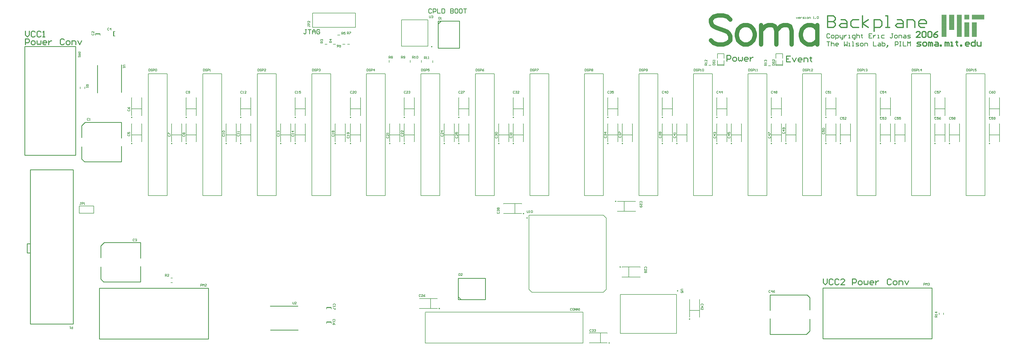
<source format=gto>
%FSLAX24Y24*%
%MOIN*%
G70*
G01*
G75*
G04 Layer_Color=65535*
%ADD10R,0.1024X0.0866*%
%ADD11C,0.0197*%
%ADD12R,0.0394X0.0433*%
%ADD13R,0.0433X0.0394*%
%ADD14R,0.0551X0.0787*%
%ADD15R,0.1575X0.0335*%
%ADD16R,0.0866X0.1024*%
%ADD17R,0.0197X0.0748*%
%ADD18R,0.0709X0.0630*%
%ADD19R,0.0630X0.0709*%
%ADD20R,0.0787X0.0551*%
%ADD21R,0.0709X0.0157*%
%ADD22R,0.0157X0.0709*%
%ADD23R,0.0748X0.0197*%
%ADD24R,0.1929X0.0898*%
%ADD25R,0.1929X0.0866*%
%ADD26R,0.3000X0.2900*%
%ADD27R,0.1500X0.0500*%
%ADD28R,0.2900X0.3000*%
%ADD29R,0.0500X0.1500*%
%ADD30R,0.0630X0.0512*%
%ADD31C,0.0060*%
%ADD32C,0.0110*%
%ADD33C,0.0080*%
%ADD34C,0.0160*%
%ADD35C,0.0240*%
%ADD36C,0.0300*%
%ADD37C,0.0180*%
%ADD38C,0.0200*%
%ADD39C,0.0100*%
%ADD40C,0.0140*%
%ADD41C,0.0120*%
%ADD42C,0.0591*%
%ADD43C,0.0700*%
%ADD44C,0.1600*%
%ADD45C,0.0669*%
%ADD46C,0.1063*%
%ADD47R,0.0591X0.0591*%
%ADD48C,0.0550*%
%ADD49C,0.1300*%
%ADD50C,0.0866*%
%ADD51C,0.0200*%
%ADD52C,0.0400*%
%ADD53C,0.0500*%
%ADD54C,0.0300*%
%ADD55R,0.0354X0.0276*%
%ADD56R,0.0276X0.0354*%
%ADD57R,0.0354X0.0945*%
%ADD58C,0.0098*%
%ADD59C,0.0079*%
%ADD60C,0.0040*%
%ADD61C,0.0070*%
%ADD62C,0.0150*%
%ADD63C,0.0600*%
D33*
X97401Y30600D02*
Y34822D01*
X75690Y30600D02*
Y34800D01*
X75702Y30578D02*
X97394D01*
X75702Y34850D02*
X97406D01*
D34*
X131034Y75729D02*
Y74130D01*
X131833D01*
X132100Y74396D01*
Y74663D01*
X131833Y74930D01*
X131034D01*
X131833D01*
X132100Y75196D01*
Y75463D01*
X131833Y75729D01*
X131034D01*
X132900Y75196D02*
X133433D01*
X133699Y74930D01*
Y74130D01*
X132900D01*
X132633Y74396D01*
X132900Y74663D01*
X133699D01*
X135299Y75196D02*
X134499D01*
X134233Y74930D01*
Y74396D01*
X134499Y74130D01*
X135299D01*
X135832D02*
Y75729D01*
Y74663D02*
X136632Y75196D01*
X135832Y74663D02*
X136632Y74130D01*
X137432Y73597D02*
Y75196D01*
X138231D01*
X138498Y74930D01*
Y74396D01*
X138231Y74130D01*
X137432D01*
X139031D02*
X139564D01*
X139298D01*
Y75729D01*
X139031D01*
X140631Y75196D02*
X141164D01*
X141430Y74930D01*
Y74130D01*
X140631D01*
X140364Y74396D01*
X140631Y74663D01*
X141430D01*
X141963Y74130D02*
Y75196D01*
X142763D01*
X143030Y74930D01*
Y74130D01*
X144363D02*
X143829D01*
X143563Y74396D01*
Y74930D01*
X143829Y75196D01*
X144363D01*
X144629Y74930D01*
Y74663D01*
X143563D01*
D39*
X80236Y36969D02*
X80630Y36575D01*
X80236Y39528D02*
X83976D01*
Y36575D02*
Y39528D01*
X80236Y36575D02*
X83976D01*
X80236D02*
Y39528D01*
X130400Y31200D02*
Y38200D01*
X145400D01*
Y31200D02*
Y38200D01*
X130400Y31200D02*
X145400D01*
X130400D02*
Y34900D01*
X77459Y74987D02*
X80412D01*
X77459Y71247D02*
Y74987D01*
Y71247D02*
X80412D01*
Y74987D01*
X77459Y74594D02*
X77853Y74987D01*
X123133Y31783D02*
Y33950D01*
Y31783D02*
X128133D01*
X123133Y37217D02*
X128225D01*
X123133Y35091D02*
Y37217D01*
X127975Y31783D02*
X128133D01*
X128600Y32250D01*
Y33900D01*
Y35150D02*
Y36842D01*
X128225Y37217D02*
X128600Y36842D01*
X30850Y31150D02*
Y38150D01*
X45850D01*
Y31150D02*
Y38150D01*
X30850Y31150D02*
X45850D01*
X30850D02*
Y34850D01*
X23903Y56492D02*
X27603D01*
Y71492D01*
X20603D02*
X27603D01*
X20603Y56492D02*
Y71492D01*
Y56492D02*
X27603D01*
X36517Y42300D02*
Y44467D01*
X31517D02*
X36517D01*
X31425Y39033D02*
X36517D01*
Y41159D01*
X31517Y44467D02*
X31675D01*
X31050Y44000D02*
X31517Y44467D01*
X31050Y42350D02*
Y44000D01*
Y39408D02*
Y41100D01*
Y39408D02*
X31425Y39033D01*
X20925Y43025D02*
X21363D01*
X20925D02*
Y44275D01*
X21363D01*
Y33215D02*
X27269D01*
X21363D02*
Y54475D01*
X27269D01*
Y33215D02*
Y54475D01*
X54400Y32400D02*
X58200D01*
X54350Y35700D02*
X58150D01*
X33909Y65150D02*
Y68950D01*
X30609Y65100D02*
Y68900D01*
X33907Y58862D02*
Y61028D01*
X28907D02*
X33907D01*
X28816Y55595D02*
X33907D01*
Y57721D01*
X28907Y61028D02*
X29066D01*
X28441Y60562D02*
X28907Y61028D01*
X28441Y58912D02*
Y60562D01*
Y55970D02*
Y57662D01*
Y55970D02*
X28816Y55595D01*
X76581Y76583D02*
X76481Y76682D01*
X76281D01*
X76181Y76583D01*
Y76183D01*
X76281Y76083D01*
X76481D01*
X76581Y76183D01*
X76781Y76083D02*
Y76682D01*
X77081D01*
X77181Y76583D01*
Y76383D01*
X77081Y76283D01*
X76781D01*
X77381Y76682D02*
Y76083D01*
X77781D01*
X77981Y76682D02*
Y76083D01*
X78280D01*
X78380Y76183D01*
Y76583D01*
X78280Y76682D01*
X77981D01*
X79180D02*
Y76083D01*
X79480D01*
X79580Y76183D01*
Y76283D01*
X79480Y76383D01*
X79180D01*
X79480D01*
X79580Y76483D01*
Y76583D01*
X79480Y76682D01*
X79180D01*
X80080D02*
X79880D01*
X79780Y76583D01*
Y76183D01*
X79880Y76083D01*
X80080D01*
X80180Y76183D01*
Y76583D01*
X80080Y76682D01*
X80680D02*
X80480D01*
X80380Y76583D01*
Y76183D01*
X80480Y76083D01*
X80680D01*
X80780Y76183D01*
Y76583D01*
X80680Y76682D01*
X80980D02*
X81379D01*
X81179D01*
Y76083D01*
X59357Y73828D02*
X59157D01*
X59257D01*
Y73328D01*
X59157Y73228D01*
X59057D01*
X58957Y73328D01*
X59556Y73828D02*
X59956D01*
X59756D01*
Y73228D01*
X60156D02*
Y73628D01*
X60356Y73828D01*
X60556Y73628D01*
Y73228D01*
Y73528D01*
X60156D01*
X61156Y73728D02*
X61056Y73828D01*
X60856D01*
X60756Y73728D01*
Y73328D01*
X60856Y73228D01*
X61056D01*
X61156Y73328D01*
Y73528D01*
X60956D01*
X130935Y72171D02*
X131335D01*
X131135D01*
Y71571D01*
X131535Y72171D02*
Y71571D01*
Y71871D01*
X131635Y71971D01*
X131835D01*
X131935Y71871D01*
Y71571D01*
X132435D02*
X132235D01*
X132135Y71671D01*
Y71871D01*
X132235Y71971D01*
X132435D01*
X132535Y71871D01*
Y71771D01*
X132135D01*
X133334Y72171D02*
Y71571D01*
X133534Y71771D01*
X133734Y71571D01*
Y72171D01*
X133934Y71571D02*
X134134D01*
X134034D01*
Y71971D01*
X133934D01*
X134434Y71571D02*
X134634D01*
X134534D01*
Y72171D01*
X134434D01*
X134934Y71571D02*
X135234D01*
X135334Y71671D01*
X135234Y71771D01*
X135034D01*
X134934Y71871D01*
X135034Y71971D01*
X135334D01*
X135634Y71571D02*
X135834D01*
X135934Y71671D01*
Y71871D01*
X135834Y71971D01*
X135634D01*
X135534Y71871D01*
Y71671D01*
X135634Y71571D01*
X136134D02*
Y71971D01*
X136433D01*
X136533Y71871D01*
Y71571D01*
X137333Y72171D02*
Y71571D01*
X137733D01*
X138033Y71971D02*
X138233D01*
X138333Y71871D01*
Y71571D01*
X138033D01*
X137933Y71671D01*
X138033Y71771D01*
X138333D01*
X138533Y72171D02*
Y71571D01*
X138833D01*
X138933Y71671D01*
Y71771D01*
Y71871D01*
X138833Y71971D01*
X138533D01*
X139233Y71471D02*
X139332Y71571D01*
Y71671D01*
X139233D01*
Y71571D01*
X139332D01*
X139233Y71471D01*
X139133Y71371D01*
X140332Y71571D02*
Y72171D01*
X140632D01*
X140732Y72071D01*
Y71871D01*
X140632Y71771D01*
X140332D01*
X140932Y72171D02*
X141132D01*
X141032D01*
Y71571D01*
X140932D01*
X141132D01*
X141432Y72171D02*
Y71571D01*
X141832D01*
X142032D02*
Y72171D01*
X142232Y71971D01*
X142431Y72171D01*
Y71571D01*
X131335Y73153D02*
X131235Y73253D01*
X131035D01*
X130935Y73153D01*
Y72753D01*
X131035Y72653D01*
X131235D01*
X131335Y72753D01*
X131635Y72653D02*
X131835D01*
X131935Y72753D01*
Y72953D01*
X131835Y73053D01*
X131635D01*
X131535Y72953D01*
Y72753D01*
X131635Y72653D01*
X132135Y72453D02*
Y73053D01*
X132435D01*
X132535Y72953D01*
Y72753D01*
X132435Y72653D01*
X132135D01*
X132735Y73053D02*
Y72753D01*
X132835Y72653D01*
X133134D01*
Y72553D01*
X133035Y72453D01*
X132935D01*
X133134Y72653D02*
Y73053D01*
X133334D02*
Y72653D01*
Y72853D01*
X133434Y72953D01*
X133534Y73053D01*
X133634D01*
X133934Y72653D02*
X134134D01*
X134034D01*
Y73053D01*
X133934D01*
X134634Y72453D02*
X134734D01*
X134834Y72553D01*
Y73053D01*
X134534D01*
X134434Y72953D01*
Y72753D01*
X134534Y72653D01*
X134834D01*
X135034Y73253D02*
Y72653D01*
Y72953D01*
X135134Y73053D01*
X135334D01*
X135434Y72953D01*
Y72653D01*
X135734Y73153D02*
Y73053D01*
X135634D01*
X135834D01*
X135734D01*
Y72753D01*
X135834Y72653D01*
X137133Y73253D02*
X136733D01*
Y72653D01*
X137133D01*
X136733Y72953D02*
X136933D01*
X137333Y73053D02*
Y72653D01*
Y72853D01*
X137433Y72953D01*
X137533Y73053D01*
X137633D01*
X137933Y72653D02*
X138133D01*
X138033D01*
Y73053D01*
X137933D01*
X138833D02*
X138533D01*
X138433Y72953D01*
Y72753D01*
X138533Y72653D01*
X138833D01*
X140032Y73253D02*
X139832D01*
X139932D01*
Y72753D01*
X139832Y72653D01*
X139732D01*
X139632Y72753D01*
X140332Y72653D02*
X140532D01*
X140632Y72753D01*
Y72953D01*
X140532Y73053D01*
X140332D01*
X140232Y72953D01*
Y72753D01*
X140332Y72653D01*
X140832D02*
Y73053D01*
X141132D01*
X141232Y72953D01*
Y72653D01*
X141532Y73053D02*
X141732D01*
X141832Y72953D01*
Y72653D01*
X141532D01*
X141432Y72753D01*
X141532Y72853D01*
X141832D01*
X142032Y72653D02*
X142332D01*
X142431Y72753D01*
X142332Y72853D01*
X142132D01*
X142032Y72953D01*
X142132Y73053D01*
X142431D01*
D41*
X20709Y71732D02*
Y72532D01*
X21108D01*
X21242Y72399D01*
Y72132D01*
X21108Y71999D01*
X20709D01*
X21642Y71732D02*
X21908D01*
X22042Y71865D01*
Y72132D01*
X21908Y72265D01*
X21642D01*
X21508Y72132D01*
Y71865D01*
X21642Y71732D01*
X22308Y72265D02*
Y71865D01*
X22441Y71732D01*
X22575Y71865D01*
X22708Y71732D01*
X22841Y71865D01*
Y72265D01*
X23508Y71732D02*
X23241D01*
X23108Y71865D01*
Y72132D01*
X23241Y72265D01*
X23508D01*
X23641Y72132D01*
Y71999D01*
X23108D01*
X23908Y72265D02*
Y71732D01*
Y71999D01*
X24041Y72132D01*
X24174Y72265D01*
X24307D01*
X26040Y72399D02*
X25907Y72532D01*
X25640D01*
X25507Y72399D01*
Y71865D01*
X25640Y71732D01*
X25907D01*
X26040Y71865D01*
X26440Y71732D02*
X26707D01*
X26840Y71865D01*
Y72132D01*
X26707Y72265D01*
X26440D01*
X26307Y72132D01*
Y71865D01*
X26440Y71732D01*
X27107D02*
Y72265D01*
X27506D01*
X27640Y72132D01*
Y71732D01*
X27906Y72265D02*
X28173Y71732D01*
X28439Y72265D01*
X20709Y73595D02*
Y73062D01*
X20975Y72795D01*
X21242Y73062D01*
Y73595D01*
X22042Y73462D02*
X21908Y73595D01*
X21642D01*
X21508Y73462D01*
Y72928D01*
X21642Y72795D01*
X21908D01*
X22042Y72928D01*
X22841Y73462D02*
X22708Y73595D01*
X22441D01*
X22308Y73462D01*
Y72928D01*
X22441Y72795D01*
X22708D01*
X22841Y72928D01*
X23108Y72795D02*
X23374D01*
X23241D01*
Y73595D01*
X23108Y73462D01*
X130472Y39422D02*
Y38889D01*
X130739Y38622D01*
X131005Y38889D01*
Y39422D01*
X131805Y39288D02*
X131672Y39422D01*
X131405D01*
X131272Y39288D01*
Y38755D01*
X131405Y38622D01*
X131672D01*
X131805Y38755D01*
X132605Y39288D02*
X132472Y39422D01*
X132205D01*
X132072Y39288D01*
Y38755D01*
X132205Y38622D01*
X132472D01*
X132605Y38755D01*
X133405Y38622D02*
X132871D01*
X133405Y39155D01*
Y39288D01*
X133271Y39422D01*
X133005D01*
X132871Y39288D01*
X134471Y38622D02*
Y39422D01*
X134871D01*
X135004Y39288D01*
Y39022D01*
X134871Y38889D01*
X134471D01*
X135404Y38622D02*
X135670D01*
X135804Y38755D01*
Y39022D01*
X135670Y39155D01*
X135404D01*
X135271Y39022D01*
Y38755D01*
X135404Y38622D01*
X136070Y39155D02*
Y38755D01*
X136204Y38622D01*
X136337Y38755D01*
X136470Y38622D01*
X136604Y38755D01*
Y39155D01*
X137270Y38622D02*
X137003D01*
X136870Y38755D01*
Y39022D01*
X137003Y39155D01*
X137270D01*
X137403Y39022D01*
Y38889D01*
X136870D01*
X137670Y39155D02*
Y38622D01*
Y38889D01*
X137803Y39022D01*
X137936Y39155D01*
X138070D01*
X139802Y39288D02*
X139669Y39422D01*
X139403D01*
X139269Y39288D01*
Y38755D01*
X139403Y38622D01*
X139669D01*
X139802Y38755D01*
X140202Y38622D02*
X140469D01*
X140602Y38755D01*
Y39022D01*
X140469Y39155D01*
X140202D01*
X140069Y39022D01*
Y38755D01*
X140202Y38622D01*
X140869D02*
Y39155D01*
X141269D01*
X141402Y39022D01*
Y38622D01*
X141669Y39155D02*
X141935Y38622D01*
X142202Y39155D01*
X117204Y69449D02*
Y70248D01*
X117604D01*
X117738Y70115D01*
Y69849D01*
X117604Y69715D01*
X117204D01*
X118138Y69449D02*
X118404D01*
X118537Y69582D01*
Y69849D01*
X118404Y69982D01*
X118138D01*
X118004Y69849D01*
Y69582D01*
X118138Y69449D01*
X118804Y69982D02*
Y69582D01*
X118937Y69449D01*
X119071Y69582D01*
X119204Y69449D01*
X119337Y69582D01*
Y69982D01*
X120004Y69449D02*
X119737D01*
X119604Y69582D01*
Y69849D01*
X119737Y69982D01*
X120004D01*
X120137Y69849D01*
Y69715D01*
X119604D01*
X120403Y69982D02*
Y69449D01*
Y69715D01*
X120537Y69849D01*
X120670Y69982D01*
X120803D01*
X125927Y70170D02*
X125393D01*
Y69370D01*
X125927D01*
X125393Y69770D02*
X125660D01*
X126193Y69903D02*
X126460Y69370D01*
X126726Y69903D01*
X127393Y69370D02*
X127126D01*
X126993Y69503D01*
Y69770D01*
X127126Y69903D01*
X127393D01*
X127526Y69770D01*
Y69637D01*
X126993D01*
X127793Y69370D02*
Y69903D01*
X128193D01*
X128326Y69770D01*
Y69370D01*
X128726Y70036D02*
Y69903D01*
X128592D01*
X128859D01*
X128726D01*
Y69503D01*
X128859Y69370D01*
D58*
X101939Y50138D02*
G03*
X101939Y50138I-49J0D01*
G01*
X89262Y48445D02*
G03*
X89262Y48445I-49J0D01*
G01*
X102569Y41083D02*
G03*
X102569Y41083I-49J0D01*
G01*
X80360Y61704D02*
G03*
X80360Y61704I-49J0D01*
G01*
X57860D02*
G03*
X57860Y61704I-49J0D01*
G01*
X63360Y58104D02*
G03*
X63360Y58104I-49J0D01*
G01*
X57860D02*
G03*
X57860Y58104I-49J0D01*
G01*
X50360Y61704D02*
G03*
X50360Y61704I-49J0D01*
G01*
X48360Y58104D02*
G03*
X48360Y58104I-49J0D01*
G01*
X42860D02*
G03*
X42860Y58104I-49J0D01*
G01*
X35360Y61704D02*
G03*
X35360Y61704I-49J0D01*
G01*
Y58104D02*
G03*
X35360Y58104I-49J0D01*
G01*
X77678Y35359D02*
G03*
X77678Y35359I-49J0D01*
G01*
X101045Y30611D02*
G03*
X101045Y30611I-49J0D01*
G01*
X112110Y33904D02*
G03*
X112110Y33904I-49J0D01*
G01*
X110455Y37791D02*
G03*
X110455Y37791I-49J0D01*
G01*
X76642Y71460D02*
G03*
X76642Y71460I-49J0D01*
G01*
X145860Y61704D02*
G03*
X145860Y61704I-49J0D01*
G01*
Y58104D02*
G03*
X145860Y58104I-49J0D01*
G01*
X140360D02*
G03*
X140360Y58104I-49J0D01*
G01*
X138360Y61704D02*
G03*
X138360Y61704I-49J0D01*
G01*
Y58104D02*
G03*
X138360Y58104I-49J0D01*
G01*
X132860D02*
G03*
X132860Y58104I-49J0D01*
G01*
X130860Y61704D02*
G03*
X130860Y61704I-49J0D01*
G01*
Y58104D02*
G03*
X130860Y58104I-49J0D01*
G01*
X125360D02*
G03*
X125360Y58104I-49J0D01*
G01*
X153360Y61704D02*
G03*
X153360Y61704I-49J0D01*
G01*
Y58104D02*
G03*
X153360Y58104I-49J0D01*
G01*
X147860D02*
G03*
X147860Y58104I-49J0D01*
G01*
X108360Y61704D02*
G03*
X108360Y61704I-49J0D01*
G01*
Y58104D02*
G03*
X108360Y58104I-49J0D01*
G01*
X102860D02*
G03*
X102860Y58104I-49J0D01*
G01*
X100860Y61704D02*
G03*
X100860Y61704I-49J0D01*
G01*
Y58104D02*
G03*
X100860Y58104I-49J0D01*
G01*
X123360Y61704D02*
G03*
X123360Y61704I-49J0D01*
G01*
Y58104D02*
G03*
X123360Y58104I-49J0D01*
G01*
X117860D02*
G03*
X117860Y58104I-49J0D01*
G01*
X115860Y61704D02*
G03*
X115860Y61704I-49J0D01*
G01*
Y58104D02*
G03*
X115860Y58104I-49J0D01*
G01*
X110360D02*
G03*
X110360Y58104I-49J0D01*
G01*
X72860Y61704D02*
G03*
X72860Y61704I-49J0D01*
G01*
X78360Y58104D02*
G03*
X78360Y58104I-49J0D01*
G01*
X72860D02*
G03*
X72860Y58104I-49J0D01*
G01*
X87860D02*
G03*
X87860Y58104I-49J0D01*
G01*
X85860D02*
G03*
X85860Y58104I-49J0D01*
G01*
X80360D02*
G03*
X80360Y58104I-49J0D01*
G01*
X65460Y61704D02*
G03*
X65460Y61704I-49J0D01*
G01*
X70860Y58104D02*
G03*
X70860Y58104I-49J0D01*
G01*
X65460D02*
G03*
X65460Y58104I-49J0D01*
G01*
X50360D02*
G03*
X50360Y58104I-49J0D01*
G01*
X42860Y61704D02*
G03*
X42860Y61704I-49J0D01*
G01*
X40860Y58104D02*
G03*
X40860Y58104I-49J0D01*
G01*
X87860Y61704D02*
G03*
X87860Y61704I-49J0D01*
G01*
X55860Y58104D02*
G03*
X55860Y58104I-49J0D01*
G01*
X89754Y47835D02*
G03*
X89754Y47835I-49J0D01*
G01*
D59*
X102146Y48760D02*
Y48780D01*
Y50118D02*
Y50138D01*
X103071Y48760D02*
Y50138D01*
X104626Y48760D02*
Y48780D01*
Y50118D02*
Y50138D01*
X102146D02*
X104626D01*
X102146Y48760D02*
X104626D01*
X88957Y49803D02*
Y49823D01*
Y48445D02*
Y48465D01*
X88032Y48445D02*
Y49823D01*
X86476Y49803D02*
Y49823D01*
Y48445D02*
Y48465D01*
Y48445D02*
X88957D01*
X86476Y49823D02*
X88957D01*
X102776Y39705D02*
Y39724D01*
Y41063D02*
Y41083D01*
X103701Y39705D02*
Y41083D01*
X105256Y39705D02*
Y39724D01*
Y41063D02*
Y41083D01*
X102776D02*
X105256D01*
X102776Y39705D02*
X105256D01*
X81689Y61960D02*
Y64440D01*
X80311Y61960D02*
Y64440D01*
X80331D01*
X81669D02*
X81689D01*
X80311Y62885D02*
X81689D01*
X80311Y61960D02*
X80331D01*
X81669D02*
X81689D01*
X28238Y65673D02*
Y65910D01*
X28868Y65673D02*
Y65910D01*
X146385Y34532D02*
Y34768D01*
X147015Y34532D02*
Y34768D01*
X40682Y39565D02*
X40918D01*
X40682Y38935D02*
X40918D01*
X63043Y71781D02*
X63357D01*
X64993D02*
X65307D01*
X61893D02*
X62207D01*
X59169Y61960D02*
X59189D01*
X57811D02*
X57831D01*
X57811Y62885D02*
X59189D01*
X59169Y64440D02*
X59189D01*
X57811D02*
X57831D01*
X57811Y61960D02*
Y64440D01*
X59189Y61960D02*
Y64440D01*
X64669Y58360D02*
X64689D01*
X63311D02*
X63331D01*
X63311Y59285D02*
X64689D01*
X64669Y60840D02*
X64689D01*
X63311D02*
X63331D01*
X63311Y58360D02*
Y60840D01*
X64689Y58360D02*
Y60840D01*
X59169Y58360D02*
X59189D01*
X57811D02*
X57831D01*
X57811Y59285D02*
X59189D01*
X59169Y60840D02*
X59189D01*
X57811D02*
X57831D01*
X57811Y58360D02*
Y60840D01*
X59189Y58360D02*
Y60840D01*
X51669Y61960D02*
X51689D01*
X50311D02*
X50331D01*
X50311Y62885D02*
X51689D01*
X51669Y64440D02*
X51689D01*
X50311D02*
X50331D01*
X50311Y61960D02*
Y64440D01*
X51689Y61960D02*
Y64440D01*
X49669Y58360D02*
X49689D01*
X48311D02*
X48331D01*
X48311Y59285D02*
X49689D01*
X49669Y60840D02*
X49689D01*
X48311D02*
X48331D01*
X48311Y58360D02*
Y60840D01*
X49689Y58360D02*
Y60840D01*
X44169Y58360D02*
X44189D01*
X42811D02*
X42831D01*
X42811Y59285D02*
X44189D01*
X44169Y60840D02*
X44189D01*
X42811D02*
X42831D01*
X42811Y58360D02*
Y60840D01*
X44189Y58360D02*
Y60840D01*
X36669Y61960D02*
X36689D01*
X35311D02*
X35331D01*
X35311Y62885D02*
X36689D01*
X36669Y64440D02*
X36689D01*
X35311D02*
X35331D01*
X35311Y61960D02*
Y64440D01*
X36689Y61960D02*
Y64440D01*
X36669Y58360D02*
X36689D01*
X35311D02*
X35331D01*
X35311Y59285D02*
X36689D01*
X36669Y60840D02*
X36689D01*
X35311D02*
X35331D01*
X35311Y58360D02*
Y60840D01*
X36689Y58360D02*
Y60840D01*
X28100Y48500D02*
Y49500D01*
X30100D01*
Y48500D02*
Y49500D01*
X28100Y48500D02*
X30100D01*
X77372Y36718D02*
Y36737D01*
Y35359D02*
Y35379D01*
X76447Y35359D02*
Y36737D01*
X74892Y36718D02*
Y36737D01*
Y35359D02*
Y35379D01*
Y35359D02*
X77372D01*
X74892Y36737D02*
X77372D01*
X100740Y31969D02*
Y31989D01*
Y30611D02*
Y30631D01*
X99815Y30611D02*
Y31989D01*
X98260Y31969D02*
Y31989D01*
Y30611D02*
Y30631D01*
Y30611D02*
X100740D01*
X98260Y31989D02*
X100740D01*
X113419Y34160D02*
X113439D01*
X112061D02*
X112081D01*
X112061Y35085D02*
X113439D01*
X113419Y36640D02*
X113439D01*
X112061D02*
X112081D01*
X112061Y34160D02*
Y36640D01*
X113439Y34160D02*
Y36640D01*
X110258Y31923D02*
Y37277D01*
X102542Y31923D02*
Y37277D01*
X110258D01*
X102542Y31923D02*
X110258D01*
X75169Y69293D02*
Y69607D01*
X76719Y69243D02*
Y69557D01*
X73619Y69293D02*
Y69607D01*
X63643Y73069D02*
X63957D01*
X72439Y75161D02*
X76061D01*
X72439Y71539D02*
X76061D01*
Y75161D01*
X72439Y71539D02*
Y75161D01*
X70731Y69293D02*
Y69607D01*
X64343Y71781D02*
X64657D01*
X66091Y74122D02*
Y76091D01*
X60185D02*
X66091D01*
X60185Y74122D02*
X66091D01*
X60185D02*
Y76091D01*
X147169Y61960D02*
X147189D01*
X145811D02*
X145831D01*
X145811Y62885D02*
X147189D01*
X147169Y64440D02*
X147189D01*
X145811D02*
X145831D01*
X145811Y61960D02*
Y64440D01*
X147189Y61960D02*
Y64440D01*
X147169Y58360D02*
X147189D01*
X145811D02*
X145831D01*
X145811Y59285D02*
X147189D01*
X147169Y60840D02*
X147189D01*
X145811D02*
X145831D01*
X145811Y58360D02*
Y60840D01*
X147189Y58360D02*
Y60840D01*
X141669Y58360D02*
X141689D01*
X140311D02*
X140331D01*
X140311Y59285D02*
X141689D01*
X141669Y60840D02*
X141689D01*
X140311D02*
X140331D01*
X140311Y58360D02*
Y60840D01*
X141689Y58360D02*
Y60840D01*
X139669Y61960D02*
X139689D01*
X138311D02*
X138331D01*
X138311Y62885D02*
X139689D01*
X139669Y64440D02*
X139689D01*
X138311D02*
X138331D01*
X138311Y61960D02*
Y64440D01*
X139689Y61960D02*
Y64440D01*
X139669Y58360D02*
X139689D01*
X138311D02*
X138331D01*
X138311Y59285D02*
X139689D01*
X139669Y60840D02*
X139689D01*
X138311D02*
X138331D01*
X138311Y58360D02*
Y60840D01*
X139689Y58360D02*
Y60840D01*
X134169Y58360D02*
X134189D01*
X132811D02*
X132831D01*
X132811Y59285D02*
X134189D01*
X134169Y60840D02*
X134189D01*
X132811D02*
X132831D01*
X132811Y58360D02*
Y60840D01*
X134189Y58360D02*
Y60840D01*
X132169Y61960D02*
X132189D01*
X130811D02*
X130831D01*
X130811Y62885D02*
X132189D01*
X132169Y64440D02*
X132189D01*
X130811D02*
X130831D01*
X130811Y61960D02*
Y64440D01*
X132189Y61960D02*
Y64440D01*
X132169Y58360D02*
X132189D01*
X130811D02*
X130831D01*
X130811Y59285D02*
X132189D01*
X132169Y60840D02*
X132189D01*
X130811D02*
X130831D01*
X130811Y58360D02*
Y60840D01*
X132189Y58360D02*
Y60840D01*
X126669Y58360D02*
X126689D01*
X125311D02*
X125331D01*
X125311Y59285D02*
X126689D01*
X126669Y60840D02*
X126689D01*
X125311D02*
X125331D01*
X125311Y58360D02*
Y60840D01*
X126689Y58360D02*
Y60840D01*
X154669Y61960D02*
X154689D01*
X153311D02*
X153331D01*
X153311Y62885D02*
X154689D01*
X154669Y64440D02*
X154689D01*
X153311D02*
X153331D01*
X153311Y61960D02*
Y64440D01*
X154689Y61960D02*
Y64440D01*
X154669Y58360D02*
X154689D01*
X153311D02*
X153331D01*
X153311Y59285D02*
X154689D01*
X154669Y60840D02*
X154689D01*
X153311D02*
X153331D01*
X153311Y58360D02*
Y60840D01*
X154689Y58360D02*
Y60840D01*
X149169Y58360D02*
X149189D01*
X147811D02*
X147831D01*
X147811Y59285D02*
X149189D01*
X149169Y60840D02*
X149189D01*
X147811D02*
X147831D01*
X147811Y58360D02*
Y60840D01*
X149189Y58360D02*
Y60840D01*
X109669Y61960D02*
X109689D01*
X108311D02*
X108331D01*
X108311Y62885D02*
X109689D01*
X109669Y64440D02*
X109689D01*
X108311D02*
X108331D01*
X108311Y61960D02*
Y64440D01*
X109689Y61960D02*
Y64440D01*
X109669Y58360D02*
X109689D01*
X108311D02*
X108331D01*
X108311Y59285D02*
X109689D01*
X109669Y60840D02*
X109689D01*
X108311D02*
X108331D01*
X108311Y58360D02*
Y60840D01*
X109689Y58360D02*
Y60840D01*
X104169Y58360D02*
X104189D01*
X102811D02*
X102831D01*
X102811Y59285D02*
X104189D01*
X104169Y60840D02*
X104189D01*
X102811D02*
X102831D01*
X102811Y58360D02*
Y60840D01*
X104189Y58360D02*
Y60840D01*
X102169Y61960D02*
X102189D01*
X100811D02*
X100831D01*
X100811Y62885D02*
X102189D01*
X102169Y64440D02*
X102189D01*
X100811D02*
X100831D01*
X100811Y61960D02*
Y64440D01*
X102189Y61960D02*
Y64440D01*
X102169Y58360D02*
X102189D01*
X100811D02*
X100831D01*
X100811Y59285D02*
X102189D01*
X102169Y60840D02*
X102189D01*
X100811D02*
X100831D01*
X100811Y58360D02*
Y60840D01*
X102189Y58360D02*
Y60840D01*
X124669Y61960D02*
X124689D01*
X123311D02*
X123331D01*
X123311Y62885D02*
X124689D01*
X124669Y64440D02*
X124689D01*
X123311D02*
X123331D01*
X123311Y61960D02*
Y64440D01*
X124689Y61960D02*
Y64440D01*
X124669Y58360D02*
X124689D01*
X123311D02*
X123331D01*
X123311Y59285D02*
X124689D01*
X124669Y60840D02*
X124689D01*
X123311D02*
X123331D01*
X123311Y58360D02*
Y60840D01*
X124689Y58360D02*
Y60840D01*
X119169Y58360D02*
X119189D01*
X117811D02*
X117831D01*
X117811Y59285D02*
X119189D01*
X119169Y60840D02*
X119189D01*
X117811D02*
X117831D01*
X117811Y58360D02*
Y60840D01*
X119189Y58360D02*
Y60840D01*
X117169Y61960D02*
X117189D01*
X115811D02*
X115831D01*
X115811Y62885D02*
X117189D01*
X117169Y64440D02*
X117189D01*
X115811D02*
X115831D01*
X115811Y61960D02*
Y64440D01*
X117189Y61960D02*
Y64440D01*
X117169Y58360D02*
X117189D01*
X115811D02*
X115831D01*
X115811Y59285D02*
X117189D01*
X117169Y60840D02*
X117189D01*
X115811D02*
X115831D01*
X115811Y58360D02*
Y60840D01*
X117189Y58360D02*
Y60840D01*
X111669Y58360D02*
X111689D01*
X110311D02*
X110331D01*
X110311Y59285D02*
X111689D01*
X111669Y60840D02*
X111689D01*
X110311D02*
X110331D01*
X110311Y58360D02*
Y60840D01*
X111689Y58360D02*
Y60840D01*
X74169Y61960D02*
X74189D01*
X72811D02*
X72831D01*
X72811Y62885D02*
X74189D01*
X74169Y64440D02*
X74189D01*
X72811D02*
X72831D01*
X72811Y61960D02*
Y64440D01*
X74189Y61960D02*
Y64440D01*
X79669Y58360D02*
X79689D01*
X78311D02*
X78331D01*
X78311Y59285D02*
X79689D01*
X79669Y60840D02*
X79689D01*
X78311D02*
X78331D01*
X78311Y58360D02*
Y60840D01*
X79689Y58360D02*
Y60840D01*
X74169Y58360D02*
X74189D01*
X72811D02*
X72831D01*
X72811Y59285D02*
X74189D01*
X74169Y60840D02*
X74189D01*
X72811D02*
X72831D01*
X72811Y58360D02*
Y60840D01*
X74189Y58360D02*
Y60840D01*
X89169Y58360D02*
X89189D01*
X87811D02*
X87831D01*
X87811Y59285D02*
X89189D01*
X89169Y60840D02*
X89189D01*
X87811D02*
X87831D01*
X87811Y58360D02*
Y60840D01*
X89189Y58360D02*
Y60840D01*
X87169Y58360D02*
X87189D01*
X85811D02*
X85831D01*
X85811Y59285D02*
X87189D01*
X87169Y60840D02*
X87189D01*
X85811D02*
X85831D01*
X85811Y58360D02*
Y60840D01*
X87189Y58360D02*
Y60840D01*
X81669Y58360D02*
X81689D01*
X80311D02*
X80331D01*
X80311Y59285D02*
X81689D01*
X81669Y60840D02*
X81689D01*
X80311D02*
X80331D01*
X80311Y58360D02*
Y60840D01*
X81689Y58360D02*
Y60840D01*
X66769Y61960D02*
X66789D01*
X65411D02*
X65431D01*
X65411Y62885D02*
X66789D01*
X66769Y64440D02*
X66789D01*
X65411D02*
X65431D01*
X65411Y61960D02*
Y64440D01*
X66789Y61960D02*
Y64440D01*
X72169Y58360D02*
X72189D01*
X70811D02*
X70831D01*
X70811Y59285D02*
X72189D01*
X72169Y60840D02*
X72189D01*
X70811D02*
X70831D01*
X70811Y58360D02*
Y60840D01*
X72189Y58360D02*
Y60840D01*
X66769Y58360D02*
X66789D01*
X65411D02*
X65431D01*
X65411Y59285D02*
X66789D01*
X66769Y60840D02*
X66789D01*
X65411D02*
X65431D01*
X65411Y58360D02*
Y60840D01*
X66789Y58360D02*
Y60840D01*
X51689Y58360D02*
Y60840D01*
X50311Y58360D02*
Y60840D01*
X50331D01*
X51669D02*
X51689D01*
X50311Y59285D02*
X51689D01*
X50311Y58360D02*
X50331D01*
X51669D02*
X51689D01*
X44189Y61960D02*
Y64440D01*
X42811Y61960D02*
Y64440D01*
X42831D01*
X44169D02*
X44189D01*
X42811Y62885D02*
X44189D01*
X42811Y61960D02*
X42831D01*
X44169D02*
X44189D01*
X42189Y58360D02*
Y60840D01*
X40811Y58360D02*
Y60840D01*
X40831D01*
X42169D02*
X42189D01*
X40811Y59285D02*
X42189D01*
X40811Y58360D02*
X40831D01*
X42169D02*
X42189D01*
X89189Y61960D02*
Y64440D01*
X87811Y61960D02*
Y64440D01*
X87831D01*
X89169D02*
X89189D01*
X87811Y62885D02*
X89189D01*
X87811Y61960D02*
X87831D01*
X89169D02*
X89189D01*
X62765Y33282D02*
Y33518D01*
X62135Y33282D02*
Y33518D01*
X62765D01*
X62135Y33443D02*
X62765D01*
Y35282D02*
Y35518D01*
X62135Y35282D02*
Y35518D01*
X62765D01*
X62135Y35443D02*
X62765D01*
X32782Y73565D02*
X33018D01*
X32782Y72935D02*
X33018D01*
X32782D02*
Y73565D01*
X32857Y72935D02*
Y73565D01*
X30965Y73032D02*
Y73268D01*
X30335Y73032D02*
Y73268D01*
X30965D01*
X30335Y73193D02*
X30965D01*
X115897Y68999D02*
X116803D01*
Y69857D02*
Y70487D01*
X115897Y69857D02*
Y70487D01*
X116803D01*
X115897Y68861D02*
X116803D01*
Y69543D01*
X115897Y68861D02*
Y69543D01*
X123947Y68999D02*
X124853D01*
Y69857D02*
Y70487D01*
X123947Y69857D02*
Y70487D01*
X124853D01*
X123947Y68861D02*
X124853D01*
Y69543D01*
X123947Y68861D02*
Y69543D01*
X114693Y68881D02*
X115007D01*
X122893Y68831D02*
X123207D01*
X57189Y58360D02*
Y60840D01*
X55811Y58360D02*
Y60840D01*
X55831D01*
X57169D02*
X57189D01*
X55811Y59285D02*
X57189D01*
X55811Y58360D02*
X55831D01*
X57169D02*
X57189D01*
X100197Y48228D02*
X100591Y47835D01*
X100197Y37598D02*
X100591Y37992D01*
X89961D02*
X90354Y37598D01*
X89961Y48228D02*
X100197D01*
X100591Y37992D02*
Y47835D01*
X90354Y37598D02*
X100197D01*
X89961Y37992D02*
Y48228D01*
D60*
X146737Y75850D02*
X147377D01*
X147777D02*
X148417D01*
X148817D02*
X149457D01*
X149857D02*
X150497D01*
X150897D02*
X152577D01*
X146737Y75810D02*
X147377D01*
X147777D02*
X148417D01*
X148817D02*
X149457D01*
X149857D02*
X150497D01*
X150897D02*
X152577D01*
X146737Y75770D02*
X147377D01*
X147777D02*
X148417D01*
X148817D02*
X149457D01*
X149857D02*
X150497D01*
X150897D02*
X152577D01*
X146737Y75730D02*
X147377D01*
X147777D02*
X148417D01*
X148817D02*
X149457D01*
X149857D02*
X150497D01*
X150897D02*
X152577D01*
X146737Y75690D02*
X147377D01*
X147777D02*
X148417D01*
X148817D02*
X149457D01*
X149857D02*
X150497D01*
X150897D02*
X152577D01*
X146737Y75650D02*
X147377D01*
X147777D02*
X148417D01*
X148817D02*
X149457D01*
X149857D02*
X150497D01*
X150897D02*
X152577D01*
X146737Y75610D02*
X147377D01*
X147777D02*
X148417D01*
X148817D02*
X149457D01*
X149857D02*
X150497D01*
X150897D02*
X152577D01*
X146737Y75570D02*
X147377D01*
X147777D02*
X148417D01*
X148817D02*
X149457D01*
X149857D02*
X150497D01*
X150897D02*
X152577D01*
X146737Y75530D02*
X147377D01*
X147777D02*
X148417D01*
X148817D02*
X149457D01*
X149857D02*
X150497D01*
X150897D02*
X152577D01*
X146737Y75490D02*
X147377D01*
X147777D02*
X148417D01*
X148817D02*
X149457D01*
X149857D02*
X150497D01*
X150897D02*
X152577D01*
X146737Y75450D02*
X147377D01*
X147777D02*
X148417D01*
X148817D02*
X149457D01*
X149857D02*
X150497D01*
X150897D02*
X152577D01*
X146737Y75410D02*
X147377D01*
X147777D02*
X148417D01*
X148817D02*
X149457D01*
X149857D02*
X150497D01*
X150897D02*
X152577D01*
X146737Y75370D02*
X147377D01*
X147777D02*
X148417D01*
X148817D02*
X149457D01*
X149857D02*
X150497D01*
X150897D02*
X152577D01*
X146737Y75330D02*
X147377D01*
X147777D02*
X148417D01*
X148817D02*
X149457D01*
X149857D02*
X150497D01*
X150897D02*
X152577D01*
X146737Y75290D02*
X147377D01*
X147777D02*
X148417D01*
X148817D02*
X149457D01*
X149857D02*
X150497D01*
X150897D02*
X152577D01*
X146737Y75250D02*
X147377D01*
X147777D02*
X148417D01*
X148817D02*
X149457D01*
X149857D02*
X150497D01*
X150897D02*
X152577D01*
X146737Y75210D02*
X147377D01*
X147777D02*
X148417D01*
X148817D02*
X149457D01*
X146737Y75170D02*
X147377D01*
X147777D02*
X148417D01*
X148817D02*
X149457D01*
X146737Y75130D02*
X147377D01*
X147777D02*
X148417D01*
X148817D02*
X149457D01*
X146737Y75090D02*
X147377D01*
X147777D02*
X148417D01*
X148817D02*
X149457D01*
X146737Y75050D02*
X147377D01*
X147777D02*
X148417D01*
X148817D02*
X149457D01*
X146737Y75010D02*
X147377D01*
X147777D02*
X148417D01*
X148817D02*
X149457D01*
X146737Y74970D02*
X147377D01*
X147777D02*
X148417D01*
X148817D02*
X149457D01*
X146737Y74930D02*
X147377D01*
X147777D02*
X148417D01*
X148817D02*
X149457D01*
X146737Y74890D02*
X147377D01*
X147777D02*
X148417D01*
X148817D02*
X149457D01*
X146737Y74850D02*
X147377D01*
X147777D02*
X148417D01*
X148817D02*
X149457D01*
X146737Y74810D02*
X147377D01*
X147777D02*
X148417D01*
X148817D02*
X149457D01*
X149857D02*
X150497D01*
X150897D02*
X151537D01*
X146737Y74770D02*
X147377D01*
X147777D02*
X148417D01*
X148817D02*
X149457D01*
X149857D02*
X150497D01*
X150897D02*
X151537D01*
X146737Y74730D02*
X147377D01*
X147777D02*
X148417D01*
X148817D02*
X149457D01*
X149857D02*
X150497D01*
X150897D02*
X151537D01*
X146737Y74690D02*
X147377D01*
X147777D02*
X148417D01*
X148817D02*
X149457D01*
X149857D02*
X150497D01*
X150897D02*
X151537D01*
X146737Y74650D02*
X147377D01*
X147777D02*
X148417D01*
X148817D02*
X149457D01*
X149857D02*
X150497D01*
X150897D02*
X151537D01*
X146737Y74610D02*
X147377D01*
X147777D02*
X148417D01*
X148817D02*
X149457D01*
X149857D02*
X150497D01*
X150897D02*
X151537D01*
X146737Y74570D02*
X147377D01*
X147777D02*
X148417D01*
X148817D02*
X149457D01*
X149857D02*
X150497D01*
X150897D02*
X151537D01*
X146737Y74530D02*
X147377D01*
X147777D02*
X148417D01*
X148817D02*
X149457D01*
X149857D02*
X150497D01*
X150897D02*
X151537D01*
X146737Y74490D02*
X147377D01*
X147777D02*
X148417D01*
X148817D02*
X149457D01*
X149857D02*
X150497D01*
X150897D02*
X151537D01*
X146737Y74450D02*
X147377D01*
X147777D02*
X148417D01*
X148817D02*
X149457D01*
X149857D02*
X150497D01*
X150897D02*
X151537D01*
X146737Y74410D02*
X147377D01*
X147777D02*
X148417D01*
X148817D02*
X149457D01*
X149857D02*
X150497D01*
X150897D02*
X151537D01*
X146737Y74370D02*
X147377D01*
X147777D02*
X148417D01*
X148817D02*
X149457D01*
X149857D02*
X150497D01*
X150897D02*
X151537D01*
X146737Y74330D02*
X147377D01*
X147777D02*
X148417D01*
X148817D02*
X149457D01*
X149857D02*
X150497D01*
X150897D02*
X151537D01*
X146737Y74290D02*
X147377D01*
X147777D02*
X148417D01*
X148817D02*
X149457D01*
X149857D02*
X150497D01*
X150897D02*
X151537D01*
X146737Y74250D02*
X147377D01*
X147777D02*
X148417D01*
X148817D02*
X149457D01*
X149857D02*
X150497D01*
X150897D02*
X151537D01*
X146737Y74210D02*
X147377D01*
X147777D02*
X148417D01*
X148817D02*
X149457D01*
X149857D02*
X150497D01*
X150897D02*
X151537D01*
X146737Y74170D02*
X147377D01*
X147777D02*
X148417D01*
X148817D02*
X149457D01*
X149857D02*
X150497D01*
X150897D02*
X151537D01*
X146737Y74130D02*
X147377D01*
X147777D02*
X148417D01*
X148817D02*
X149457D01*
X149857D02*
X150497D01*
X150897D02*
X151537D01*
X146737Y74090D02*
X147377D01*
X147777D02*
X148417D01*
X148817D02*
X149457D01*
X149857D02*
X150497D01*
X150897D02*
X151537D01*
X146737Y74050D02*
X147377D01*
X147777D02*
X148417D01*
X148817D02*
X149457D01*
X149857D02*
X150497D01*
X150897D02*
X151537D01*
X146737Y74010D02*
X147377D01*
X147777D02*
X148417D01*
X148817D02*
X149457D01*
X149857D02*
X150497D01*
X150897D02*
X151537D01*
X146737Y73970D02*
X147377D01*
X147777D02*
X148417D01*
X148817D02*
X149457D01*
X149857D02*
X150497D01*
X150897D02*
X151537D01*
X146737Y73930D02*
X147377D01*
X147777D02*
X148417D01*
X148817D02*
X149457D01*
X149857D02*
X150497D01*
X150897D02*
X151537D01*
X146737Y73890D02*
X147377D01*
X147777D02*
X148417D01*
X148817D02*
X149457D01*
X149857D02*
X150497D01*
X150897D02*
X151537D01*
X146737Y73850D02*
X147377D01*
X147777D02*
X148417D01*
X148817D02*
X149457D01*
X149857D02*
X150497D01*
X150897D02*
X151537D01*
X146737Y73810D02*
X147377D01*
X147777D02*
X148417D01*
X148817D02*
X149457D01*
X149857D02*
X150497D01*
X150897D02*
X151537D01*
X146737Y73770D02*
X147377D01*
X148817D02*
X149457D01*
X149857D02*
X150497D01*
X150897D02*
X151537D01*
X146737Y73730D02*
X147377D01*
X148817D02*
X149457D01*
X149857D02*
X150497D01*
X150897D02*
X151537D01*
X146737Y73690D02*
X147377D01*
X148817D02*
X149457D01*
X149857D02*
X150497D01*
X150897D02*
X151537D01*
X146737Y73650D02*
X147377D01*
X148817D02*
X149457D01*
X149857D02*
X150497D01*
X150897D02*
X151537D01*
X146737Y73610D02*
X147377D01*
X148817D02*
X149457D01*
X149857D02*
X150497D01*
X150897D02*
X151537D01*
X146737Y73570D02*
X147377D01*
X148817D02*
X149457D01*
X149857D02*
X150497D01*
X150897D02*
X151537D01*
X146737Y73530D02*
X147377D01*
X148817D02*
X149457D01*
X149857D02*
X150497D01*
X150897D02*
X151537D01*
X146737Y73490D02*
X147377D01*
X148817D02*
X149457D01*
X149857D02*
X150497D01*
X150897D02*
X151537D01*
X146737Y73450D02*
X147377D01*
X148817D02*
X149457D01*
X149857D02*
X150497D01*
X150897D02*
X151537D01*
X146737Y73410D02*
X147377D01*
X148817D02*
X149457D01*
X149857D02*
X150497D01*
X150897D02*
X151537D01*
X146737Y73370D02*
X147377D01*
X148817D02*
X149457D01*
X149857D02*
X150497D01*
X150897D02*
X151537D01*
X146737Y73330D02*
X147377D01*
X148817D02*
X149457D01*
X149857D02*
X150497D01*
X150897D02*
X151537D01*
X146737Y73290D02*
X147377D01*
X148817D02*
X149457D01*
X149857D02*
X150497D01*
X150897D02*
X151537D01*
X146737Y73250D02*
X147377D01*
X148817D02*
X149457D01*
X149857D02*
X150497D01*
X150897D02*
X151537D01*
X146737Y73210D02*
X147377D01*
X148817D02*
X149457D01*
X149857D02*
X150497D01*
X150897D02*
X151537D01*
X146737Y73170D02*
X147377D01*
X148817D02*
X149457D01*
X149857D02*
X150497D01*
X150897D02*
X151537D01*
X146737Y73130D02*
X147377D01*
X148817D02*
X149457D01*
X149857D02*
X150497D01*
X150897D02*
X151537D01*
X146737Y73090D02*
X147377D01*
X148817D02*
X149457D01*
X149857D02*
X150497D01*
X150897D02*
X151537D01*
X146737Y73050D02*
X147377D01*
X148817D02*
X149457D01*
X149857D02*
X150497D01*
X150897D02*
X151537D01*
X146737Y73010D02*
X147377D01*
X148817D02*
X149457D01*
X149857D02*
X150497D01*
X150897D02*
X151537D01*
X146737Y72970D02*
X147377D01*
X148817D02*
X149457D01*
X149857D02*
X150497D01*
X150897D02*
X151537D01*
X146737Y72930D02*
X147377D01*
X148817D02*
X149457D01*
X149857D02*
X150497D01*
X150897D02*
X151537D01*
X146737Y72890D02*
X147377D01*
X148817D02*
X149457D01*
X149857D02*
X150497D01*
X150897D02*
X151537D01*
X146737Y72850D02*
X147377D01*
X148817D02*
X149457D01*
X149857D02*
X150497D01*
X150897D02*
X151537D01*
D61*
X142601Y50913D02*
X145199D01*
X142601Y67735D02*
X145199D01*
X142601Y50913D02*
Y67735D01*
X145199Y50913D02*
Y67735D01*
X135101Y50913D02*
X137699D01*
X135101Y67735D02*
X137699D01*
X135101Y50913D02*
Y67735D01*
X137699Y50913D02*
Y67735D01*
X127601Y50913D02*
X130199D01*
X127601Y67735D02*
X130199D01*
X127601Y50913D02*
Y67735D01*
X130199Y50913D02*
Y67735D01*
X150101Y50913D02*
X152699D01*
X150101Y67735D02*
X152699D01*
X150101Y50913D02*
Y67735D01*
X152699Y50913D02*
Y67735D01*
X105101Y50913D02*
X107699D01*
X105101Y67735D02*
X107699D01*
X105101Y50913D02*
Y67735D01*
X107699Y50913D02*
Y67735D01*
X97601Y50913D02*
X100199D01*
X97601Y67735D02*
X100199D01*
X97601Y50913D02*
Y67735D01*
X100199Y50913D02*
Y67735D01*
X120101Y50913D02*
X122699D01*
X120101Y67735D02*
X122699D01*
X120101Y50913D02*
Y67735D01*
X122699Y50913D02*
Y67735D01*
X112601Y50913D02*
X115199D01*
X112601Y67735D02*
X115199D01*
X112601Y50913D02*
Y67735D01*
X115199Y50913D02*
Y67735D01*
X75101Y50913D02*
X77699D01*
X75101Y67735D02*
X77699D01*
X75101Y50913D02*
Y67735D01*
X77699Y50913D02*
Y67735D01*
X67601Y50913D02*
X70199D01*
X67601Y67735D02*
X70199D01*
X67601Y50913D02*
Y67735D01*
X70199Y50913D02*
Y67735D01*
X90101Y50913D02*
X92699D01*
X90101Y67735D02*
X92699D01*
X90101Y50913D02*
Y67735D01*
X92699Y50913D02*
Y67735D01*
X82601Y50913D02*
X85199D01*
X82601Y67735D02*
X85199D01*
X82601Y50913D02*
Y67735D01*
X85199Y50913D02*
Y67735D01*
X45101Y50913D02*
X47699D01*
X45101Y67735D02*
X47699D01*
X45101Y50913D02*
Y67735D01*
X47699Y50913D02*
Y67735D01*
X37601Y50913D02*
X40199D01*
X37601Y67735D02*
X40199D01*
X37601Y50913D02*
Y67735D01*
X40199Y50913D02*
Y67735D01*
X60101Y50913D02*
X62699D01*
X60101Y67735D02*
X62699D01*
X60101Y50913D02*
Y67735D01*
X62699Y50913D02*
Y67735D01*
X52601Y50913D02*
X55199D01*
X52601Y67735D02*
X55199D01*
X52601Y50913D02*
Y67735D01*
X55199Y50913D02*
Y67735D01*
X80439Y40180D02*
X80339D01*
X80289Y40130D01*
Y39930D01*
X80339Y39880D01*
X80439D01*
X80489Y39930D01*
Y40130D01*
X80439Y40180D01*
X80788Y39880D02*
X80589D01*
X80788Y40080D01*
Y40130D01*
X80738Y40180D01*
X80639D01*
X80589Y40130D01*
X85632Y48649D02*
X85582Y48599D01*
Y48499D01*
X85632Y48449D01*
X85832D01*
X85882Y48499D01*
Y48599D01*
X85832Y48649D01*
X85632Y48749D02*
X85582Y48799D01*
Y48899D01*
X85632Y48949D01*
X85682D01*
X85732Y48899D01*
Y48849D01*
Y48899D01*
X85782Y48949D01*
X85832D01*
X85882Y48899D01*
Y48799D01*
X85832Y48749D01*
X85632Y49049D02*
X85582Y49099D01*
Y49199D01*
X85632Y49249D01*
X85682D01*
X85732Y49199D01*
X85782Y49249D01*
X85832D01*
X85882Y49199D01*
Y49099D01*
X85832Y49049D01*
X85782D01*
X85732Y49099D01*
X85682Y49049D01*
X85632D01*
X85732Y49099D02*
Y49199D01*
X105471Y49934D02*
X105521Y49984D01*
Y50084D01*
X105471Y50134D01*
X105271D01*
X105221Y50084D01*
Y49984D01*
X105271Y49934D01*
X105221Y49634D02*
Y49834D01*
X105421Y49634D01*
X105471D01*
X105521Y49684D01*
Y49784D01*
X105471Y49834D01*
X105271Y49534D02*
X105221Y49484D01*
Y49384D01*
X105271Y49334D01*
X105471D01*
X105521Y49384D01*
Y49484D01*
X105471Y49534D01*
X105421D01*
X105371Y49484D01*
Y49334D01*
X106101Y40879D02*
X106151Y40929D01*
Y41029D01*
X106101Y41079D01*
X105901D01*
X105851Y41029D01*
Y40929D01*
X105901Y40879D01*
X105851Y40579D02*
Y40779D01*
X106051Y40579D01*
X106101D01*
X106151Y40629D01*
Y40729D01*
X106101Y40779D01*
Y40479D02*
X106151Y40429D01*
Y40329D01*
X106101Y40279D01*
X106051D01*
X106001Y40329D01*
X105951Y40279D01*
X105901D01*
X105851Y40329D01*
Y40429D01*
X105901Y40479D01*
X105951D01*
X106001Y40429D01*
X106051Y40479D01*
X106101D01*
X106001Y40429D02*
Y40329D01*
X29055Y66220D02*
X29355D01*
Y66070D01*
X29305Y66020D01*
X29205D01*
X29155Y66070D01*
Y66220D01*
Y66120D02*
X29055Y66020D01*
Y65920D02*
Y65820D01*
Y65870D01*
X29355D01*
X29305Y65920D01*
X146141Y34173D02*
X145842D01*
Y34323D01*
X145892Y34373D01*
X145991D01*
X146041Y34323D01*
Y34173D01*
Y34273D02*
X146141Y34373D01*
Y34473D02*
Y34573D01*
Y34523D01*
X145842D01*
X145892Y34473D01*
X146141Y34873D02*
X145842D01*
X145991Y34723D01*
Y34923D01*
X39921Y39803D02*
Y40103D01*
X40071D01*
X40121Y40053D01*
Y39953D01*
X40071Y39903D01*
X39921D01*
X40021D02*
X40121Y39803D01*
X40421D02*
X40221D01*
X40421Y40003D01*
Y40053D01*
X40371Y40103D01*
X40271D01*
X40221Y40053D01*
X61614Y71968D02*
X61314D01*
Y72118D01*
X61364Y72168D01*
X61464D01*
X61514Y72118D01*
Y71968D01*
Y72068D02*
X61614Y72168D01*
X61364Y72268D02*
X61314Y72318D01*
Y72418D01*
X61364Y72468D01*
X61414D01*
X61464Y72418D01*
Y72368D01*
Y72418D01*
X61514Y72468D01*
X61564D01*
X61614Y72418D01*
Y72318D01*
X61564Y72268D01*
X64960Y73189D02*
Y73489D01*
X65110D01*
X65160Y73439D01*
Y73339D01*
X65110Y73289D01*
X64960D01*
X65060D02*
X65160Y73189D01*
X65260Y73489D02*
X65460D01*
Y73439D01*
X65260Y73239D01*
Y73189D01*
X62835Y72008D02*
X62535D01*
Y72158D01*
X62585Y72208D01*
X62685D01*
X62735Y72158D01*
Y72008D01*
Y72108D02*
X62835Y72208D01*
Y72458D02*
X62535D01*
X62685Y72308D01*
Y72508D01*
X77669Y75536D02*
X77570D01*
X77520Y75486D01*
Y75286D01*
X77570Y75236D01*
X77669D01*
X77719Y75286D01*
Y75486D01*
X77669Y75536D01*
X77819Y75236D02*
X77919D01*
X77869D01*
Y75536D01*
X77819Y75486D01*
X150165Y68375D02*
Y68075D01*
X150315D01*
X150365Y68125D01*
Y68325D01*
X150315Y68375D01*
X150165D01*
X150665Y68325D02*
X150615Y68375D01*
X150515D01*
X150465Y68325D01*
Y68275D01*
X150515Y68225D01*
X150615D01*
X150665Y68175D01*
Y68125D01*
X150615Y68075D01*
X150515D01*
X150465Y68125D01*
X150765Y68075D02*
Y68375D01*
X150915D01*
X150965Y68325D01*
Y68225D01*
X150915Y68175D01*
X150765D01*
X151065Y68075D02*
X151165D01*
X151115D01*
Y68375D01*
X151065Y68325D01*
X151515Y68375D02*
X151315D01*
Y68225D01*
X151415Y68275D01*
X151465D01*
X151515Y68225D01*
Y68125D01*
X151465Y68075D01*
X151365D01*
X151315Y68125D01*
X142665Y68375D02*
Y68075D01*
X142815D01*
X142865Y68125D01*
Y68325D01*
X142815Y68375D01*
X142665D01*
X143165Y68325D02*
X143115Y68375D01*
X143015D01*
X142965Y68325D01*
Y68275D01*
X143015Y68225D01*
X143115D01*
X143165Y68175D01*
Y68125D01*
X143115Y68075D01*
X143015D01*
X142965Y68125D01*
X143265Y68075D02*
Y68375D01*
X143415D01*
X143465Y68325D01*
Y68225D01*
X143415Y68175D01*
X143265D01*
X143565Y68075D02*
X143665D01*
X143615D01*
Y68375D01*
X143565Y68325D01*
X143965Y68075D02*
Y68375D01*
X143815Y68225D01*
X144015D01*
X135165Y68375D02*
Y68075D01*
X135315D01*
X135365Y68125D01*
Y68325D01*
X135315Y68375D01*
X135165D01*
X135665Y68325D02*
X135615Y68375D01*
X135515D01*
X135465Y68325D01*
Y68275D01*
X135515Y68225D01*
X135615D01*
X135665Y68175D01*
Y68125D01*
X135615Y68075D01*
X135515D01*
X135465Y68125D01*
X135765Y68075D02*
Y68375D01*
X135915D01*
X135965Y68325D01*
Y68225D01*
X135915Y68175D01*
X135765D01*
X136065Y68075D02*
X136165D01*
X136115D01*
Y68375D01*
X136065Y68325D01*
X136315D02*
X136365Y68375D01*
X136465D01*
X136515Y68325D01*
Y68275D01*
X136465Y68225D01*
X136415D01*
X136465D01*
X136515Y68175D01*
Y68125D01*
X136465Y68075D01*
X136365D01*
X136315Y68125D01*
X127665Y68375D02*
Y68075D01*
X127815D01*
X127865Y68125D01*
Y68325D01*
X127815Y68375D01*
X127665D01*
X128165Y68325D02*
X128115Y68375D01*
X128015D01*
X127965Y68325D01*
Y68275D01*
X128015Y68225D01*
X128115D01*
X128165Y68175D01*
Y68125D01*
X128115Y68075D01*
X128015D01*
X127965Y68125D01*
X128265Y68075D02*
Y68375D01*
X128415D01*
X128465Y68325D01*
Y68225D01*
X128415Y68175D01*
X128265D01*
X128565Y68075D02*
X128665D01*
X128615D01*
Y68375D01*
X128565Y68325D01*
X129015Y68075D02*
X128815D01*
X129015Y68275D01*
Y68325D01*
X128965Y68375D01*
X128865D01*
X128815Y68325D01*
X120165Y68375D02*
Y68075D01*
X120315D01*
X120365Y68125D01*
Y68325D01*
X120315Y68375D01*
X120165D01*
X120665Y68325D02*
X120615Y68375D01*
X120515D01*
X120465Y68325D01*
Y68275D01*
X120515Y68225D01*
X120615D01*
X120665Y68175D01*
Y68125D01*
X120615Y68075D01*
X120515D01*
X120465Y68125D01*
X120765Y68075D02*
Y68375D01*
X120915D01*
X120965Y68325D01*
Y68225D01*
X120915Y68175D01*
X120765D01*
X121065Y68075D02*
X121165D01*
X121115D01*
Y68375D01*
X121065Y68325D01*
X121315Y68075D02*
X121415D01*
X121365D01*
Y68375D01*
X121315Y68325D01*
X112665Y68375D02*
Y68075D01*
X112815D01*
X112865Y68125D01*
Y68325D01*
X112815Y68375D01*
X112665D01*
X113165Y68325D02*
X113115Y68375D01*
X113015D01*
X112965Y68325D01*
Y68275D01*
X113015Y68225D01*
X113115D01*
X113165Y68175D01*
Y68125D01*
X113115Y68075D01*
X113015D01*
X112965Y68125D01*
X113265Y68075D02*
Y68375D01*
X113415D01*
X113465Y68325D01*
Y68225D01*
X113415Y68175D01*
X113265D01*
X113565Y68075D02*
X113665D01*
X113615D01*
Y68375D01*
X113565Y68325D01*
X113815D02*
X113865Y68375D01*
X113965D01*
X114015Y68325D01*
Y68125D01*
X113965Y68075D01*
X113865D01*
X113815Y68125D01*
Y68325D01*
X105165Y68375D02*
Y68075D01*
X105315D01*
X105365Y68125D01*
Y68325D01*
X105315Y68375D01*
X105165D01*
X105665Y68325D02*
X105615Y68375D01*
X105515D01*
X105465Y68325D01*
Y68275D01*
X105515Y68225D01*
X105615D01*
X105665Y68175D01*
Y68125D01*
X105615Y68075D01*
X105515D01*
X105465Y68125D01*
X105765Y68075D02*
Y68375D01*
X105915D01*
X105965Y68325D01*
Y68225D01*
X105915Y68175D01*
X105765D01*
X106065Y68125D02*
X106115Y68075D01*
X106215D01*
X106265Y68125D01*
Y68325D01*
X106215Y68375D01*
X106115D01*
X106065Y68325D01*
Y68275D01*
X106115Y68225D01*
X106265D01*
X97665Y68375D02*
Y68075D01*
X97815D01*
X97865Y68125D01*
Y68325D01*
X97815Y68375D01*
X97665D01*
X98165Y68325D02*
X98115Y68375D01*
X98015D01*
X97965Y68325D01*
Y68275D01*
X98015Y68225D01*
X98115D01*
X98165Y68175D01*
Y68125D01*
X98115Y68075D01*
X98015D01*
X97965Y68125D01*
X98265Y68075D02*
Y68375D01*
X98415D01*
X98465Y68325D01*
Y68225D01*
X98415Y68175D01*
X98265D01*
X98565Y68325D02*
X98615Y68375D01*
X98715D01*
X98765Y68325D01*
Y68275D01*
X98715Y68225D01*
X98765Y68175D01*
Y68125D01*
X98715Y68075D01*
X98615D01*
X98565Y68125D01*
Y68175D01*
X98615Y68225D01*
X98565Y68275D01*
Y68325D01*
X98615Y68225D02*
X98715D01*
X90165Y68375D02*
Y68075D01*
X90315D01*
X90365Y68125D01*
Y68325D01*
X90315Y68375D01*
X90165D01*
X90665Y68325D02*
X90615Y68375D01*
X90515D01*
X90465Y68325D01*
Y68275D01*
X90515Y68225D01*
X90615D01*
X90665Y68175D01*
Y68125D01*
X90615Y68075D01*
X90515D01*
X90465Y68125D01*
X90765Y68075D02*
Y68375D01*
X90915D01*
X90965Y68325D01*
Y68225D01*
X90915Y68175D01*
X90765D01*
X91065Y68375D02*
X91265D01*
Y68325D01*
X91065Y68125D01*
Y68075D01*
X82665Y68375D02*
Y68075D01*
X82815D01*
X82865Y68125D01*
Y68325D01*
X82815Y68375D01*
X82665D01*
X83165Y68325D02*
X83115Y68375D01*
X83015D01*
X82965Y68325D01*
Y68275D01*
X83015Y68225D01*
X83115D01*
X83165Y68175D01*
Y68125D01*
X83115Y68075D01*
X83015D01*
X82965Y68125D01*
X83265Y68075D02*
Y68375D01*
X83415D01*
X83465Y68325D01*
Y68225D01*
X83415Y68175D01*
X83265D01*
X83765Y68375D02*
X83665Y68325D01*
X83565Y68225D01*
Y68125D01*
X83615Y68075D01*
X83715D01*
X83765Y68125D01*
Y68175D01*
X83715Y68225D01*
X83565D01*
X75165Y68375D02*
Y68075D01*
X75315D01*
X75365Y68125D01*
Y68325D01*
X75315Y68375D01*
X75165D01*
X75665Y68325D02*
X75615Y68375D01*
X75515D01*
X75465Y68325D01*
Y68275D01*
X75515Y68225D01*
X75615D01*
X75665Y68175D01*
Y68125D01*
X75615Y68075D01*
X75515D01*
X75465Y68125D01*
X75765Y68075D02*
Y68375D01*
X75915D01*
X75965Y68325D01*
Y68225D01*
X75915Y68175D01*
X75765D01*
X76265Y68375D02*
X76065D01*
Y68225D01*
X76165Y68275D01*
X76215D01*
X76265Y68225D01*
Y68125D01*
X76215Y68075D01*
X76115D01*
X76065Y68125D01*
X67665Y68375D02*
Y68075D01*
X67815D01*
X67865Y68125D01*
Y68325D01*
X67815Y68375D01*
X67665D01*
X68165Y68325D02*
X68115Y68375D01*
X68015D01*
X67965Y68325D01*
Y68275D01*
X68015Y68225D01*
X68115D01*
X68165Y68175D01*
Y68125D01*
X68115Y68075D01*
X68015D01*
X67965Y68125D01*
X68265Y68075D02*
Y68375D01*
X68415D01*
X68465Y68325D01*
Y68225D01*
X68415Y68175D01*
X68265D01*
X68715Y68075D02*
Y68375D01*
X68565Y68225D01*
X68765D01*
X60165Y68375D02*
Y68075D01*
X60315D01*
X60365Y68125D01*
Y68325D01*
X60315Y68375D01*
X60165D01*
X60665Y68325D02*
X60615Y68375D01*
X60515D01*
X60465Y68325D01*
Y68275D01*
X60515Y68225D01*
X60615D01*
X60665Y68175D01*
Y68125D01*
X60615Y68075D01*
X60515D01*
X60465Y68125D01*
X60765Y68075D02*
Y68375D01*
X60915D01*
X60965Y68325D01*
Y68225D01*
X60915Y68175D01*
X60765D01*
X61065Y68325D02*
X61115Y68375D01*
X61215D01*
X61265Y68325D01*
Y68275D01*
X61215Y68225D01*
X61165D01*
X61215D01*
X61265Y68175D01*
Y68125D01*
X61215Y68075D01*
X61115D01*
X61065Y68125D01*
X52665Y68375D02*
Y68075D01*
X52815D01*
X52865Y68125D01*
Y68325D01*
X52815Y68375D01*
X52665D01*
X53165Y68325D02*
X53115Y68375D01*
X53015D01*
X52965Y68325D01*
Y68275D01*
X53015Y68225D01*
X53115D01*
X53165Y68175D01*
Y68125D01*
X53115Y68075D01*
X53015D01*
X52965Y68125D01*
X53265Y68075D02*
Y68375D01*
X53415D01*
X53465Y68325D01*
Y68225D01*
X53415Y68175D01*
X53265D01*
X53765Y68075D02*
X53565D01*
X53765Y68275D01*
Y68325D01*
X53715Y68375D01*
X53615D01*
X53565Y68325D01*
X45165Y68375D02*
Y68075D01*
X45315D01*
X45365Y68125D01*
Y68325D01*
X45315Y68375D01*
X45165D01*
X45665Y68325D02*
X45615Y68375D01*
X45515D01*
X45465Y68325D01*
Y68275D01*
X45515Y68225D01*
X45615D01*
X45665Y68175D01*
Y68125D01*
X45615Y68075D01*
X45515D01*
X45465Y68125D01*
X45765Y68075D02*
Y68375D01*
X45915D01*
X45965Y68325D01*
Y68225D01*
X45915Y68175D01*
X45765D01*
X46065Y68075D02*
X46165D01*
X46115D01*
Y68375D01*
X46065Y68325D01*
X37665Y68375D02*
Y68075D01*
X37815D01*
X37865Y68125D01*
Y68325D01*
X37815Y68375D01*
X37665D01*
X38165Y68325D02*
X38115Y68375D01*
X38015D01*
X37965Y68325D01*
Y68275D01*
X38015Y68225D01*
X38115D01*
X38165Y68175D01*
Y68125D01*
X38115Y68075D01*
X38015D01*
X37965Y68125D01*
X38265Y68075D02*
Y68375D01*
X38415D01*
X38465Y68325D01*
Y68225D01*
X38415Y68175D01*
X38265D01*
X38565Y68325D02*
X38615Y68375D01*
X38715D01*
X38765Y68325D01*
Y68125D01*
X38715Y68075D01*
X38615D01*
X38565Y68125D01*
Y68325D01*
X34829Y62798D02*
X34779Y62748D01*
Y62648D01*
X34829Y62598D01*
X35029D01*
X35079Y62648D01*
Y62748D01*
X35029Y62798D01*
X34779Y63098D02*
X34829Y62998D01*
X34929Y62898D01*
X35029D01*
X35079Y62948D01*
Y63048D01*
X35029Y63098D01*
X34979D01*
X34929Y63048D01*
Y62898D01*
X40380Y59294D02*
X40330Y59244D01*
Y59144D01*
X40380Y59094D01*
X40580D01*
X40630Y59144D01*
Y59244D01*
X40580Y59294D01*
X40330Y59394D02*
Y59594D01*
X40380D01*
X40580Y59394D01*
X40630D01*
X34829Y59373D02*
X34779Y59323D01*
Y59223D01*
X34829Y59173D01*
X35029D01*
X35079Y59223D01*
Y59323D01*
X35029Y59373D01*
X34779Y59673D02*
Y59473D01*
X34929D01*
X34879Y59573D01*
Y59623D01*
X34929Y59673D01*
X35029D01*
X35079Y59623D01*
Y59523D01*
X35029Y59473D01*
X43015Y65285D02*
X42965Y65335D01*
X42865D01*
X42815Y65285D01*
Y65085D01*
X42865Y65035D01*
X42965D01*
X43015Y65085D01*
X43115D02*
X43165Y65035D01*
X43265D01*
X43315Y65085D01*
Y65285D01*
X43265Y65335D01*
X43165D01*
X43115Y65285D01*
Y65235D01*
X43165Y65185D01*
X43315D01*
X47860Y59294D02*
X47810Y59244D01*
Y59144D01*
X47860Y59094D01*
X48060D01*
X48110Y59144D01*
Y59244D01*
X48060Y59294D01*
X48110Y59394D02*
Y59494D01*
Y59444D01*
X47810D01*
X47860Y59394D01*
Y59644D02*
X47810Y59694D01*
Y59794D01*
X47860Y59844D01*
X48060D01*
X48110Y59794D01*
Y59694D01*
X48060Y59644D01*
X47860D01*
X42388Y59294D02*
X42338Y59244D01*
Y59144D01*
X42388Y59094D01*
X42588D01*
X42638Y59144D01*
Y59244D01*
X42588Y59294D01*
X42388Y59394D02*
X42338Y59444D01*
Y59544D01*
X42388Y59594D01*
X42438D01*
X42488Y59544D01*
X42538Y59594D01*
X42588D01*
X42638Y59544D01*
Y59444D01*
X42588Y59394D01*
X42538D01*
X42488Y59444D01*
X42438Y59394D01*
X42388D01*
X42488Y59444D02*
Y59544D01*
X50515Y65285D02*
X50465Y65335D01*
X50365D01*
X50315Y65285D01*
Y65085D01*
X50365Y65035D01*
X50465D01*
X50515Y65085D01*
X50615Y65035D02*
X50715D01*
X50665D01*
Y65335D01*
X50615Y65285D01*
X51065Y65035D02*
X50865D01*
X51065Y65235D01*
Y65285D01*
X51015Y65335D01*
X50915D01*
X50865Y65285D01*
X55380Y59294D02*
X55330Y59244D01*
Y59144D01*
X55380Y59094D01*
X55580D01*
X55630Y59144D01*
Y59244D01*
X55580Y59294D01*
X55630Y59394D02*
Y59494D01*
Y59444D01*
X55330D01*
X55380Y59394D01*
Y59644D02*
X55330Y59694D01*
Y59794D01*
X55380Y59844D01*
X55430D01*
X55480Y59794D01*
Y59744D01*
Y59794D01*
X55530Y59844D01*
X55580D01*
X55630Y59794D01*
Y59694D01*
X55580Y59644D01*
X49868Y59334D02*
X49818Y59284D01*
Y59184D01*
X49868Y59134D01*
X50068D01*
X50118Y59184D01*
Y59284D01*
X50068Y59334D01*
X50118Y59434D02*
Y59534D01*
Y59484D01*
X49818D01*
X49868Y59434D01*
X50118Y59684D02*
Y59784D01*
Y59734D01*
X49818D01*
X49868Y59684D01*
X58015Y65285D02*
X57965Y65335D01*
X57865D01*
X57815Y65285D01*
Y65085D01*
X57865Y65035D01*
X57965D01*
X58015Y65085D01*
X58115Y65035D02*
X58215D01*
X58165D01*
Y65335D01*
X58115Y65285D01*
X58565Y65335D02*
X58365D01*
Y65185D01*
X58465Y65235D01*
X58515D01*
X58565Y65185D01*
Y65085D01*
X58515Y65035D01*
X58415D01*
X58365Y65085D01*
X62900Y59294D02*
X62850Y59244D01*
Y59144D01*
X62900Y59094D01*
X63099D01*
X63149Y59144D01*
Y59244D01*
X63099Y59294D01*
X63149Y59394D02*
Y59494D01*
Y59444D01*
X62850D01*
X62900Y59394D01*
Y59644D02*
X62850Y59694D01*
Y59794D01*
X62900Y59844D01*
X62950D01*
X63000Y59794D01*
X63050Y59844D01*
X63099D01*
X63149Y59794D01*
Y59694D01*
X63099Y59644D01*
X63050D01*
X63000Y59694D01*
X62950Y59644D01*
X62900D01*
X63000Y59694D02*
Y59794D01*
X57388Y59294D02*
X57338Y59244D01*
Y59144D01*
X57388Y59094D01*
X57588D01*
X57638Y59144D01*
Y59244D01*
X57588Y59294D01*
X57638Y59394D02*
Y59494D01*
Y59444D01*
X57338D01*
X57388Y59394D01*
X57638Y59794D02*
X57338D01*
X57488Y59644D01*
Y59844D01*
X111166Y38031D02*
X110916D01*
X110866Y37981D01*
Y37881D01*
X110916Y37831D01*
X111166D01*
Y37532D02*
Y37732D01*
X111016D01*
X111066Y37632D01*
Y37582D01*
X111016Y37532D01*
X110916D01*
X110866Y37582D01*
Y37682D01*
X110916Y37732D01*
X76260Y75733D02*
Y75483D01*
X76310Y75433D01*
X76410D01*
X76460Y75483D01*
Y75733D01*
X76560Y75683D02*
X76610Y75733D01*
X76710D01*
X76760Y75683D01*
Y75633D01*
X76710Y75583D01*
X76660D01*
X76710D01*
X76760Y75533D01*
Y75483D01*
X76710Y75433D01*
X76610D01*
X76560Y75483D01*
X72401Y69842D02*
Y70142D01*
X72551D01*
X72601Y70092D01*
Y69992D01*
X72551Y69942D01*
X72401D01*
X72501D02*
X72601Y69842D01*
X72701Y69892D02*
X72751Y69842D01*
X72851D01*
X72901Y69892D01*
Y70092D01*
X72851Y70142D01*
X72751D01*
X72701Y70092D01*
Y70042D01*
X72751Y69992D01*
X72901D01*
X73937Y69842D02*
Y70142D01*
X74087D01*
X74137Y70092D01*
Y69992D01*
X74087Y69942D01*
X73937D01*
X74037D02*
X74137Y69842D01*
X74237D02*
X74337D01*
X74287D01*
Y70142D01*
X74237Y70092D01*
X74487D02*
X74537Y70142D01*
X74637D01*
X74687Y70092D01*
Y69892D01*
X74637Y69842D01*
X74537D01*
X74487Y69892D01*
Y70092D01*
X75551Y69803D02*
Y70103D01*
X75701D01*
X75751Y70053D01*
Y69953D01*
X75701Y69903D01*
X75551D01*
X75651D02*
X75751Y69803D01*
X75851D02*
X75951D01*
X75901D01*
Y70103D01*
X75851Y70053D01*
X76101Y69803D02*
X76201D01*
X76151D01*
Y70103D01*
X76101Y70053D01*
X64055Y71693D02*
Y71393D01*
X63905D01*
X63855Y71443D01*
Y71543D01*
X63905Y71593D01*
X64055D01*
X63955D02*
X63855Y71693D01*
X63555Y71393D02*
X63655Y71443D01*
X63755Y71543D01*
Y71643D01*
X63705Y71693D01*
X63605D01*
X63555Y71643D01*
Y71593D01*
X63605Y71543D01*
X63755D01*
X70709Y69842D02*
Y70142D01*
X70858D01*
X70908Y70092D01*
Y69992D01*
X70858Y69942D01*
X70709D01*
X70808D02*
X70908Y69842D01*
X71008Y70092D02*
X71058Y70142D01*
X71158D01*
X71208Y70092D01*
Y70042D01*
X71158Y69992D01*
X71208Y69942D01*
Y69892D01*
X71158Y69842D01*
X71058D01*
X71008Y69892D01*
Y69942D01*
X71058Y69992D01*
X71008Y70042D01*
Y70092D01*
X71058Y69992D02*
X71158D01*
X64212Y73149D02*
Y73449D01*
X64362D01*
X64412Y73399D01*
Y73299D01*
X64362Y73249D01*
X64212D01*
X64312D02*
X64412Y73149D01*
X64712Y73449D02*
X64512D01*
Y73299D01*
X64612Y73349D01*
X64662D01*
X64712Y73299D01*
Y73199D01*
X64662Y73149D01*
X64562D01*
X64512Y73199D01*
X144252Y38543D02*
Y38843D01*
X144402D01*
X144452Y38793D01*
Y38693D01*
X144402Y38643D01*
X144252D01*
X144552Y38543D02*
Y38843D01*
X144652Y38743D01*
X144752Y38843D01*
Y38543D01*
X144851Y38793D02*
X144901Y38843D01*
X145001D01*
X145051Y38793D01*
Y38743D01*
X145001Y38693D01*
X144951D01*
X145001D01*
X145051Y38643D01*
Y38593D01*
X145001Y38543D01*
X144901D01*
X144851Y38593D01*
X59545Y74385D02*
Y74285D01*
Y74335D01*
X59795D01*
X59845Y74285D01*
Y74235D01*
X59795Y74185D01*
X59845Y74485D02*
X59545D01*
Y74635D01*
X59595Y74685D01*
X59695D01*
X59745Y74635D01*
Y74485D01*
X59845Y74985D02*
Y74785D01*
X59645Y74985D01*
X59595D01*
X59545Y74935D01*
Y74835D01*
X59595Y74785D01*
X28349Y49985D02*
X28250D01*
X28300D01*
Y49735D01*
X28250Y49685D01*
X28200D01*
X28150Y49735D01*
X28449Y49685D02*
Y49985D01*
X28599D01*
X28649Y49935D01*
Y49835D01*
X28599Y49785D01*
X28449D01*
X28749Y49685D02*
X28849D01*
X28799D01*
Y49985D01*
X28749Y49935D01*
X95869Y35329D02*
X95819Y35379D01*
X95719D01*
X95669Y35329D01*
Y35129D01*
X95719Y35079D01*
X95819D01*
X95869Y35129D01*
X96119Y35379D02*
X96019D01*
X95969Y35329D01*
Y35129D01*
X96019Y35079D01*
X96119D01*
X96169Y35129D01*
Y35329D01*
X96119Y35379D01*
X96269Y35079D02*
Y35379D01*
X96469Y35079D01*
Y35379D01*
X96569Y35079D02*
Y35379D01*
X96769Y35079D01*
Y35379D01*
X96869Y35079D02*
X96969D01*
X96919D01*
Y35379D01*
X96869Y35329D01*
X123515Y65285D02*
X123465Y65335D01*
X123365D01*
X123315Y65285D01*
Y65085D01*
X123365Y65035D01*
X123465D01*
X123515Y65085D01*
X123765Y65035D02*
Y65335D01*
X123615Y65185D01*
X123815D01*
X123915Y65285D02*
X123965Y65335D01*
X124065D01*
X124115Y65285D01*
Y65235D01*
X124065Y65185D01*
X124115Y65135D01*
Y65085D01*
X124065Y65035D01*
X123965D01*
X123915Y65085D01*
Y65135D01*
X123965Y65185D01*
X123915Y65235D01*
Y65285D01*
X123965Y65185D02*
X124065D01*
X122939Y59058D02*
X122889Y59008D01*
Y58908D01*
X122939Y58858D01*
X123139D01*
X123189Y58908D01*
Y59008D01*
X123139Y59058D01*
X123189Y59308D02*
X122889D01*
X123039Y59158D01*
Y59358D01*
X122889Y59458D02*
Y59658D01*
X122939D01*
X123139Y59458D01*
X123189D01*
X117388Y59058D02*
X117338Y59008D01*
Y58908D01*
X117388Y58858D01*
X117588D01*
X117638Y58908D01*
Y59008D01*
X117588Y59058D01*
X117638Y59308D02*
X117338D01*
X117488Y59158D01*
Y59358D01*
X117338Y59658D02*
Y59458D01*
X117488D01*
X117438Y59558D01*
Y59608D01*
X117488Y59658D01*
X117588D01*
X117638Y59608D01*
Y59508D01*
X117588Y59458D01*
X116015Y65285D02*
X115965Y65335D01*
X115865D01*
X115815Y65285D01*
Y65085D01*
X115865Y65035D01*
X115965D01*
X116015Y65085D01*
X116265Y65035D02*
Y65335D01*
X116115Y65185D01*
X116315D01*
X116565Y65035D02*
Y65335D01*
X116415Y65185D01*
X116615D01*
X115419Y59058D02*
X115369Y59008D01*
Y58908D01*
X115419Y58858D01*
X115619D01*
X115669Y58908D01*
Y59008D01*
X115619Y59058D01*
X115669Y59308D02*
X115369D01*
X115519Y59158D01*
Y59358D01*
X115419Y59458D02*
X115369Y59508D01*
Y59608D01*
X115419Y59658D01*
X115469D01*
X115519Y59608D01*
Y59558D01*
Y59608D01*
X115569Y59658D01*
X115619D01*
X115669Y59608D01*
Y59508D01*
X115619Y59458D01*
X109907Y59097D02*
X109857Y59047D01*
Y58948D01*
X109907Y58898D01*
X110107D01*
X110157Y58948D01*
Y59047D01*
X110107Y59097D01*
X110157Y59347D02*
X109857D01*
X110007Y59197D01*
Y59397D01*
X110157Y59497D02*
Y59597D01*
Y59547D01*
X109857D01*
X109907Y59497D01*
X108515Y65285D02*
X108465Y65335D01*
X108365D01*
X108315Y65285D01*
Y65085D01*
X108365Y65035D01*
X108465D01*
X108515Y65085D01*
X108765Y65035D02*
Y65335D01*
X108615Y65185D01*
X108815D01*
X108915Y65285D02*
X108965Y65335D01*
X109065D01*
X109115Y65285D01*
Y65085D01*
X109065Y65035D01*
X108965D01*
X108915Y65085D01*
Y65285D01*
X107899Y59097D02*
X107849Y59047D01*
Y58948D01*
X107899Y58898D01*
X108099D01*
X108149Y58948D01*
Y59047D01*
X108099Y59097D01*
X107899Y59197D02*
X107849Y59247D01*
Y59347D01*
X107899Y59397D01*
X107949D01*
X107999Y59347D01*
Y59297D01*
Y59347D01*
X108049Y59397D01*
X108099D01*
X108149Y59347D01*
Y59247D01*
X108099Y59197D01*
Y59497D02*
X108149Y59547D01*
Y59647D01*
X108099Y59697D01*
X107899D01*
X107849Y59647D01*
Y59547D01*
X107899Y59497D01*
X107949D01*
X107999Y59547D01*
Y59697D01*
X102388Y59137D02*
X102338Y59087D01*
Y58987D01*
X102388Y58937D01*
X102588D01*
X102638Y58987D01*
Y59087D01*
X102588Y59137D01*
X102388Y59237D02*
X102338Y59287D01*
Y59387D01*
X102388Y59437D01*
X102438D01*
X102488Y59387D01*
Y59337D01*
Y59387D01*
X102538Y59437D01*
X102588D01*
X102638Y59387D01*
Y59287D01*
X102588Y59237D01*
X102338Y59537D02*
Y59737D01*
X102388D01*
X102588Y59537D01*
X102638D01*
X101015Y65285D02*
X100965Y65335D01*
X100865D01*
X100815Y65285D01*
Y65085D01*
X100865Y65035D01*
X100965D01*
X101015Y65085D01*
X101115Y65285D02*
X101165Y65335D01*
X101265D01*
X101315Y65285D01*
Y65235D01*
X101265Y65185D01*
X101215D01*
X101265D01*
X101315Y65135D01*
Y65085D01*
X101265Y65035D01*
X101165D01*
X101115Y65085D01*
X101615Y65335D02*
X101415D01*
Y65185D01*
X101515Y65235D01*
X101565D01*
X101615Y65185D01*
Y65085D01*
X101565Y65035D01*
X101465D01*
X101415Y65085D01*
X100380Y59097D02*
X100330Y59047D01*
Y58948D01*
X100380Y58898D01*
X100580D01*
X100630Y58948D01*
Y59047D01*
X100580Y59097D01*
X100380Y59197D02*
X100330Y59247D01*
Y59347D01*
X100380Y59397D01*
X100430D01*
X100480Y59347D01*
Y59297D01*
Y59347D01*
X100530Y59397D01*
X100580D01*
X100630Y59347D01*
Y59247D01*
X100580Y59197D01*
X100630Y59647D02*
X100330D01*
X100480Y59497D01*
Y59697D01*
X88015Y65285D02*
X87965Y65335D01*
X87865D01*
X87815Y65285D01*
Y65085D01*
X87865Y65035D01*
X87965D01*
X88015Y65085D01*
X88115Y65285D02*
X88165Y65335D01*
X88265D01*
X88315Y65285D01*
Y65235D01*
X88265Y65185D01*
X88215D01*
X88265D01*
X88315Y65135D01*
Y65085D01*
X88265Y65035D01*
X88165D01*
X88115Y65085D01*
X88615Y65035D02*
X88415D01*
X88615Y65235D01*
Y65285D01*
X88565Y65335D01*
X88465D01*
X88415Y65285D01*
X87388Y59097D02*
X87338Y59047D01*
Y58948D01*
X87388Y58898D01*
X87588D01*
X87638Y58948D01*
Y59047D01*
X87588Y59097D01*
X87388Y59197D02*
X87338Y59247D01*
Y59347D01*
X87388Y59397D01*
X87438D01*
X87488Y59347D01*
Y59297D01*
Y59347D01*
X87538Y59397D01*
X87588D01*
X87638Y59347D01*
Y59247D01*
X87588Y59197D01*
X87638Y59497D02*
Y59597D01*
Y59547D01*
X87338D01*
X87388Y59497D01*
X80515Y65285D02*
X80465Y65335D01*
X80365D01*
X80315Y65285D01*
Y65085D01*
X80365Y65035D01*
X80465D01*
X80515Y65085D01*
X80815Y65035D02*
X80615D01*
X80815Y65235D01*
Y65285D01*
X80765Y65335D01*
X80665D01*
X80615Y65285D01*
X80915Y65335D02*
X81115D01*
Y65285D01*
X80915Y65085D01*
Y65035D01*
X85380Y59058D02*
X85330Y59008D01*
Y58908D01*
X85380Y58858D01*
X85580D01*
X85630Y58908D01*
Y59008D01*
X85580Y59058D01*
X85380Y59158D02*
X85330Y59208D01*
Y59308D01*
X85380Y59358D01*
X85430D01*
X85480Y59308D01*
Y59258D01*
Y59308D01*
X85530Y59358D01*
X85580D01*
X85630Y59308D01*
Y59208D01*
X85580Y59158D01*
X85380Y59458D02*
X85330Y59508D01*
Y59608D01*
X85380Y59658D01*
X85580D01*
X85630Y59608D01*
Y59508D01*
X85580Y59458D01*
X85380D01*
X79907Y59058D02*
X79857Y59008D01*
Y58908D01*
X79907Y58858D01*
X80107D01*
X80157Y58908D01*
Y59008D01*
X80107Y59058D01*
X80157Y59358D02*
Y59158D01*
X79957Y59358D01*
X79907D01*
X79857Y59308D01*
Y59208D01*
X79907Y59158D01*
X79857Y59658D02*
Y59458D01*
X80007D01*
X79957Y59558D01*
Y59608D01*
X80007Y59658D01*
X80107D01*
X80157Y59608D01*
Y59508D01*
X80107Y59458D01*
X65615Y65285D02*
X65565Y65335D01*
X65465D01*
X65415Y65285D01*
Y65085D01*
X65465Y65035D01*
X65565D01*
X65615Y65085D01*
X65915Y65035D02*
X65715D01*
X65915Y65235D01*
Y65285D01*
X65865Y65335D01*
X65765D01*
X65715Y65285D01*
X66015D02*
X66065Y65335D01*
X66165D01*
X66215Y65285D01*
Y65085D01*
X66165Y65035D01*
X66065D01*
X66015Y65085D01*
Y65285D01*
X70419Y59058D02*
X70369Y59008D01*
Y58908D01*
X70419Y58858D01*
X70619D01*
X70669Y58908D01*
Y59008D01*
X70619Y59058D01*
X70669Y59358D02*
Y59158D01*
X70469Y59358D01*
X70419D01*
X70369Y59308D01*
Y59208D01*
X70419Y59158D01*
X70669Y59458D02*
Y59558D01*
Y59508D01*
X70369D01*
X70419Y59458D01*
X64986Y59058D02*
X64936Y59008D01*
Y58908D01*
X64986Y58858D01*
X65186D01*
X65236Y58908D01*
Y59008D01*
X65186Y59058D01*
X65236Y59158D02*
Y59258D01*
Y59208D01*
X64936D01*
X64986Y59158D01*
X65186Y59408D02*
X65236Y59458D01*
Y59558D01*
X65186Y59608D01*
X64986D01*
X64936Y59558D01*
Y59458D01*
X64986Y59408D01*
X65036D01*
X65086Y59458D01*
Y59608D01*
X73015Y65285D02*
X72965Y65335D01*
X72865D01*
X72815Y65285D01*
Y65085D01*
X72865Y65035D01*
X72965D01*
X73015Y65085D01*
X73315Y65035D02*
X73115D01*
X73315Y65235D01*
Y65285D01*
X73265Y65335D01*
X73165D01*
X73115Y65285D01*
X73415D02*
X73465Y65335D01*
X73565D01*
X73615Y65285D01*
Y65235D01*
X73565Y65185D01*
X73515D01*
X73565D01*
X73615Y65135D01*
Y65085D01*
X73565Y65035D01*
X73465D01*
X73415Y65085D01*
X77900Y59294D02*
X77850Y59244D01*
Y59144D01*
X77900Y59094D01*
X78099D01*
X78149Y59144D01*
Y59244D01*
X78099Y59294D01*
X78149Y59594D02*
Y59394D01*
X77950Y59594D01*
X77900D01*
X77850Y59544D01*
Y59444D01*
X77900Y59394D01*
X78149Y59844D02*
X77850D01*
X78000Y59694D01*
Y59894D01*
X72427Y59294D02*
X72377Y59244D01*
Y59144D01*
X72427Y59094D01*
X72627D01*
X72677Y59144D01*
Y59244D01*
X72627Y59294D01*
X72677Y59594D02*
Y59394D01*
X72477Y59594D01*
X72427D01*
X72377Y59544D01*
Y59444D01*
X72427Y59394D01*
X72677Y59894D02*
Y59694D01*
X72477Y59894D01*
X72427D01*
X72377Y59844D01*
Y59744D01*
X72427Y59694D01*
X75062Y37238D02*
X75012Y37288D01*
X74912D01*
X74862Y37238D01*
Y37038D01*
X74912Y36988D01*
X75012D01*
X75062Y37038D01*
X75362Y36988D02*
X75162D01*
X75362Y37188D01*
Y37238D01*
X75312Y37288D01*
X75212D01*
X75162Y37238D01*
X75662Y37288D02*
X75562Y37238D01*
X75462Y37138D01*
Y37038D01*
X75512Y36988D01*
X75612D01*
X75662Y37038D01*
Y37088D01*
X75612Y37138D01*
X75462D01*
X98546Y32415D02*
X98496Y32465D01*
X98396D01*
X98346Y32415D01*
Y32215D01*
X98396Y32165D01*
X98496D01*
X98546Y32215D01*
X98646Y32415D02*
X98696Y32465D01*
X98796D01*
X98846Y32415D01*
Y32365D01*
X98796Y32315D01*
X98746D01*
X98796D01*
X98846Y32265D01*
Y32215D01*
X98796Y32165D01*
X98696D01*
X98646Y32215D01*
X98946Y32415D02*
X98996Y32465D01*
X99096D01*
X99146Y32415D01*
Y32365D01*
X99096Y32315D01*
X99046D01*
X99096D01*
X99146Y32265D01*
Y32215D01*
X99096Y32165D01*
X98996D01*
X98946Y32215D01*
X113872Y35784D02*
X113922Y35834D01*
Y35934D01*
X113872Y35984D01*
X113672D01*
X113622Y35934D01*
Y35834D01*
X113672Y35784D01*
X113622Y35534D02*
X113922D01*
X113772Y35684D01*
Y35484D01*
X113622Y35184D02*
Y35384D01*
X113822Y35184D01*
X113872D01*
X113922Y35234D01*
Y35334D01*
X113872Y35384D01*
X153515Y65285D02*
X153465Y65335D01*
X153365D01*
X153315Y65285D01*
Y65085D01*
X153365Y65035D01*
X153465D01*
X153515Y65085D01*
X153815Y65335D02*
X153715Y65285D01*
X153615Y65185D01*
Y65085D01*
X153665Y65035D01*
X153765D01*
X153815Y65085D01*
Y65135D01*
X153765Y65185D01*
X153615D01*
X153915Y65285D02*
X153965Y65335D01*
X154065D01*
X154115Y65285D01*
Y65085D01*
X154065Y65035D01*
X153965D01*
X153915Y65085D01*
Y65285D01*
X153515Y61685D02*
X153465Y61735D01*
X153365D01*
X153315Y61685D01*
Y61485D01*
X153365Y61435D01*
X153465D01*
X153515Y61485D01*
X153815Y61735D02*
X153615D01*
Y61585D01*
X153715Y61635D01*
X153765D01*
X153815Y61585D01*
Y61485D01*
X153765Y61435D01*
X153665D01*
X153615Y61485D01*
X153915D02*
X153965Y61435D01*
X154065D01*
X154115Y61485D01*
Y61685D01*
X154065Y61735D01*
X153965D01*
X153915Y61685D01*
Y61635D01*
X153965Y61585D01*
X154115D01*
X148015Y61685D02*
X147965Y61735D01*
X147865D01*
X147815Y61685D01*
Y61485D01*
X147865Y61435D01*
X147965D01*
X148015Y61485D01*
X148315Y61735D02*
X148115D01*
Y61585D01*
X148215Y61635D01*
X148265D01*
X148315Y61585D01*
Y61485D01*
X148265Y61435D01*
X148165D01*
X148115Y61485D01*
X148415Y61685D02*
X148465Y61735D01*
X148565D01*
X148615Y61685D01*
Y61635D01*
X148565Y61585D01*
X148615Y61535D01*
Y61485D01*
X148565Y61435D01*
X148465D01*
X148415Y61485D01*
Y61535D01*
X148465Y61585D01*
X148415Y61635D01*
Y61685D01*
X148465Y61585D02*
X148565D01*
X146015Y65285D02*
X145965Y65335D01*
X145865D01*
X145815Y65285D01*
Y65085D01*
X145865Y65035D01*
X145965D01*
X146015Y65085D01*
X146315Y65335D02*
X146115D01*
Y65185D01*
X146215Y65235D01*
X146265D01*
X146315Y65185D01*
Y65085D01*
X146265Y65035D01*
X146165D01*
X146115Y65085D01*
X146415Y65335D02*
X146615D01*
Y65285D01*
X146415Y65085D01*
Y65035D01*
X146015Y61685D02*
X145965Y61735D01*
X145865D01*
X145815Y61685D01*
Y61485D01*
X145865Y61435D01*
X145965D01*
X146015Y61485D01*
X146315Y61735D02*
X146115D01*
Y61585D01*
X146215Y61635D01*
X146265D01*
X146315Y61585D01*
Y61485D01*
X146265Y61435D01*
X146165D01*
X146115Y61485D01*
X146615Y61735D02*
X146515Y61685D01*
X146415Y61585D01*
Y61485D01*
X146465Y61435D01*
X146565D01*
X146615Y61485D01*
Y61535D01*
X146565Y61585D01*
X146415D01*
X140515Y61685D02*
X140465Y61735D01*
X140365D01*
X140315Y61685D01*
Y61485D01*
X140365Y61435D01*
X140465D01*
X140515Y61485D01*
X140815Y61735D02*
X140615D01*
Y61585D01*
X140715Y61635D01*
X140765D01*
X140815Y61585D01*
Y61485D01*
X140765Y61435D01*
X140665D01*
X140615Y61485D01*
X141115Y61735D02*
X140915D01*
Y61585D01*
X141015Y61635D01*
X141065D01*
X141115Y61585D01*
Y61485D01*
X141065Y61435D01*
X140965D01*
X140915Y61485D01*
X138515Y65285D02*
X138465Y65335D01*
X138365D01*
X138315Y65285D01*
Y65085D01*
X138365Y65035D01*
X138465D01*
X138515Y65085D01*
X138815Y65335D02*
X138615D01*
Y65185D01*
X138715Y65235D01*
X138765D01*
X138815Y65185D01*
Y65085D01*
X138765Y65035D01*
X138665D01*
X138615Y65085D01*
X139065Y65035D02*
Y65335D01*
X138915Y65185D01*
X139115D01*
X138515Y61685D02*
X138465Y61735D01*
X138365D01*
X138315Y61685D01*
Y61485D01*
X138365Y61435D01*
X138465D01*
X138515Y61485D01*
X138815Y61735D02*
X138615D01*
Y61585D01*
X138715Y61635D01*
X138765D01*
X138815Y61585D01*
Y61485D01*
X138765Y61435D01*
X138665D01*
X138615Y61485D01*
X138915Y61685D02*
X138965Y61735D01*
X139065D01*
X139115Y61685D01*
Y61635D01*
X139065Y61585D01*
X139015D01*
X139065D01*
X139115Y61535D01*
Y61485D01*
X139065Y61435D01*
X138965D01*
X138915Y61485D01*
X133015Y61685D02*
X132965Y61735D01*
X132865D01*
X132815Y61685D01*
Y61485D01*
X132865Y61435D01*
X132965D01*
X133015Y61485D01*
X133315Y61735D02*
X133115D01*
Y61585D01*
X133215Y61635D01*
X133265D01*
X133315Y61585D01*
Y61485D01*
X133265Y61435D01*
X133165D01*
X133115Y61485D01*
X133615Y61435D02*
X133415D01*
X133615Y61635D01*
Y61685D01*
X133565Y61735D01*
X133465D01*
X133415Y61685D01*
X131015Y65285D02*
X130965Y65335D01*
X130865D01*
X130815Y65285D01*
Y65085D01*
X130865Y65035D01*
X130965D01*
X131015Y65085D01*
X131315Y65335D02*
X131115D01*
Y65185D01*
X131215Y65235D01*
X131265D01*
X131315Y65185D01*
Y65085D01*
X131265Y65035D01*
X131165D01*
X131115Y65085D01*
X131415Y65035D02*
X131515D01*
X131465D01*
Y65335D01*
X131415Y65285D01*
X130380Y59609D02*
X130330Y59559D01*
Y59459D01*
X130380Y59409D01*
X130580D01*
X130630Y59459D01*
Y59559D01*
X130580Y59609D01*
X130330Y59909D02*
Y59709D01*
X130480D01*
X130430Y59809D01*
Y59859D01*
X130480Y59909D01*
X130580D01*
X130630Y59859D01*
Y59759D01*
X130580Y59709D01*
X130380Y60009D02*
X130330Y60059D01*
Y60159D01*
X130380Y60209D01*
X130580D01*
X130630Y60159D01*
Y60059D01*
X130580Y60009D01*
X130380D01*
X124907Y59688D02*
X124857Y59638D01*
Y59538D01*
X124907Y59488D01*
X125107D01*
X125157Y59538D01*
Y59638D01*
X125107Y59688D01*
X125157Y59938D02*
X124857D01*
X125007Y59788D01*
Y59988D01*
X125107Y60088D02*
X125157Y60138D01*
Y60238D01*
X125107Y60288D01*
X124907D01*
X124857Y60238D01*
Y60138D01*
X124907Y60088D01*
X124957D01*
X125007Y60138D01*
Y60288D01*
X27953Y70709D02*
X28253D01*
Y70559D01*
X28203Y70509D01*
X28103D01*
X28053Y70559D01*
Y70709D01*
X27953Y70409D02*
X28253D01*
X28153Y70309D01*
X28253Y70209D01*
X27953D01*
Y70109D02*
Y70009D01*
Y70059D01*
X28253D01*
X28203Y70109D01*
X44803Y38425D02*
Y38725D01*
X44953D01*
X45003Y38675D01*
Y38575D01*
X44953Y38525D01*
X44803D01*
X45103Y38425D02*
Y38725D01*
X45203Y38625D01*
X45303Y38725D01*
Y38425D01*
X45603D02*
X45403D01*
X45603Y38625D01*
Y38675D01*
X45553Y38725D01*
X45453D01*
X45403Y38675D01*
X27215Y32865D02*
Y32565D01*
X27065D01*
X27015Y32615D01*
Y32715D01*
X27065Y32765D01*
X27215D01*
X26915Y32865D02*
X26815D01*
X26865D01*
Y32565D01*
X26915Y32615D01*
X123175Y37815D02*
X123125Y37865D01*
X123025D01*
X122975Y37815D01*
Y37615D01*
X123025Y37565D01*
X123125D01*
X123175Y37615D01*
X123425Y37565D02*
Y37865D01*
X123275Y37715D01*
X123475D01*
X123775Y37865D02*
X123675Y37815D01*
X123575Y37715D01*
Y37615D01*
X123625Y37565D01*
X123725D01*
X123775Y37615D01*
Y37665D01*
X123725Y37715D01*
X123575D01*
X29412Y61549D02*
X29362Y61599D01*
X29263D01*
X29213Y61549D01*
Y61349D01*
X29263Y61299D01*
X29362D01*
X29412Y61349D01*
X29512Y61299D02*
X29612D01*
X29562D01*
Y61599D01*
X29512Y61549D01*
X35712Y44896D02*
X35662Y44945D01*
X35562D01*
X35512Y44896D01*
Y44696D01*
X35562Y44646D01*
X35662D01*
X35712Y44696D01*
X35812Y44896D02*
X35862Y44945D01*
X35962D01*
X36012Y44896D01*
Y44846D01*
X35962Y44796D01*
X35912D01*
X35962D01*
X36012Y44746D01*
Y44696D01*
X35962Y44646D01*
X35862D01*
X35812Y44696D01*
X32208Y73990D02*
X32158Y74040D01*
X32058D01*
X32008Y73990D01*
Y73790D01*
X32058Y73740D01*
X32158D01*
X32208Y73790D01*
X32458Y73740D02*
Y74040D01*
X32308Y73890D01*
X32508D01*
X29868Y73271D02*
X29818Y73221D01*
Y73121D01*
X29868Y73071D01*
X30068D01*
X30118Y73121D01*
Y73221D01*
X30068Y73271D01*
X30118Y73571D02*
Y73371D01*
X29918Y73571D01*
X29868D01*
X29818Y73521D01*
Y73421D01*
X29868Y73371D01*
X63242Y33658D02*
X63292Y33708D01*
Y33808D01*
X63242Y33858D01*
X63042D01*
X62992Y33808D01*
Y33708D01*
X63042Y33658D01*
X62992Y33558D02*
Y33458D01*
Y33508D01*
X63292D01*
X63242Y33558D01*
X63292Y33108D02*
X63242Y33208D01*
X63142Y33308D01*
X63042D01*
X62992Y33258D01*
Y33158D01*
X63042Y33108D01*
X63092D01*
X63142Y33158D01*
Y33308D01*
X63281Y35784D02*
X63331Y35834D01*
Y35934D01*
X63281Y35984D01*
X63081D01*
X63031Y35934D01*
Y35834D01*
X63081Y35784D01*
X63031Y35684D02*
Y35584D01*
Y35634D01*
X63331D01*
X63281Y35684D01*
X63331Y35434D02*
Y35234D01*
X63281D01*
X63081Y35434D01*
X63031D01*
X34434Y68937D02*
X34184D01*
X34134Y68887D01*
Y68787D01*
X34184Y68737D01*
X34434D01*
X34134Y68637D02*
Y68537D01*
Y68587D01*
X34434D01*
X34384Y68637D01*
X57480Y36245D02*
Y35995D01*
X57530Y35945D01*
X57630D01*
X57680Y35995D01*
Y36245D01*
X57980Y35945D02*
X57780D01*
X57980Y36145D01*
Y36195D01*
X57930Y36245D01*
X57830D01*
X57780Y36195D01*
X115255Y68925D02*
X115555D01*
Y69075D01*
X115505Y69125D01*
X115305D01*
X115255Y69075D01*
Y68925D01*
X115305Y69425D02*
X115255Y69375D01*
Y69275D01*
X115305Y69225D01*
X115355D01*
X115405Y69275D01*
Y69375D01*
X115455Y69425D01*
X115505D01*
X115555Y69375D01*
Y69275D01*
X115505Y69225D01*
X115555Y69525D02*
Y69625D01*
Y69575D01*
X115255D01*
X115305Y69525D01*
X123479Y68898D02*
X123779D01*
Y69047D01*
X123729Y69097D01*
X123529D01*
X123479Y69047D01*
Y68898D01*
X123529Y69397D02*
X123479Y69347D01*
Y69247D01*
X123529Y69197D01*
X123579D01*
X123629Y69247D01*
Y69347D01*
X123679Y69397D01*
X123729D01*
X123779Y69347D01*
Y69247D01*
X123729Y69197D01*
X123779Y69697D02*
Y69497D01*
X123579Y69697D01*
X123529D01*
X123479Y69647D01*
Y69547D01*
X123529Y69497D01*
X114461Y68876D02*
X114161D01*
Y69026D01*
X114211Y69076D01*
X114311D01*
X114361Y69026D01*
Y68876D01*
Y68976D02*
X114461Y69076D01*
Y69176D02*
Y69276D01*
Y69226D01*
X114161D01*
X114211Y69176D01*
X114461Y69626D02*
Y69426D01*
X114261Y69626D01*
X114211D01*
X114161Y69576D01*
Y69476D01*
X114211Y69426D01*
X122677Y68858D02*
X122377D01*
Y69008D01*
X122427Y69058D01*
X122527D01*
X122577Y69008D01*
Y68858D01*
Y68958D02*
X122677Y69058D01*
Y69158D02*
Y69258D01*
Y69208D01*
X122377D01*
X122427Y69158D01*
Y69408D02*
X122377Y69458D01*
Y69558D01*
X122427Y69608D01*
X122477D01*
X122527Y69558D01*
Y69508D01*
Y69558D01*
X122577Y69608D01*
X122627D01*
X122677Y69558D01*
Y69458D01*
X122627Y69408D01*
X89711Y48868D02*
Y48618D01*
X89761Y48568D01*
X89861D01*
X89911Y48618D01*
Y48868D01*
X90010Y48568D02*
X90110D01*
X90060D01*
Y48868D01*
X90010Y48818D01*
X90260D02*
X90310Y48868D01*
X90410D01*
X90460Y48818D01*
Y48618D01*
X90410Y48568D01*
X90310D01*
X90260Y48618D01*
Y48818D01*
X126735Y75514D02*
X126835Y75314D01*
X126935Y75514D01*
X127185Y75314D02*
X127085D01*
X127035Y75364D01*
Y75464D01*
X127085Y75514D01*
X127185D01*
X127235Y75464D01*
Y75414D01*
X127035D01*
X127335Y75514D02*
Y75314D01*
Y75414D01*
X127385Y75464D01*
X127435Y75514D01*
X127485D01*
X127635Y75314D02*
X127785D01*
X127835Y75364D01*
X127785Y75414D01*
X127685D01*
X127635Y75464D01*
X127685Y75514D01*
X127835D01*
X127935Y75314D02*
X128035D01*
X127985D01*
Y75514D01*
X127935D01*
X128235Y75314D02*
X128335D01*
X128385Y75364D01*
Y75464D01*
X128335Y75514D01*
X128235D01*
X128185Y75464D01*
Y75364D01*
X128235Y75314D01*
X128485D02*
Y75514D01*
X128635D01*
X128685Y75464D01*
Y75314D01*
X129084D02*
X129184D01*
X129134D01*
Y75614D01*
X129084Y75564D01*
X129334Y75314D02*
Y75364D01*
X129384D01*
Y75314D01*
X129334D01*
X129584Y75564D02*
X129634Y75614D01*
X129734D01*
X129784Y75564D01*
Y75364D01*
X129734Y75314D01*
X129634D01*
X129584Y75364D01*
Y75564D01*
D62*
X143337Y71571D02*
X143737D01*
X143870Y71704D01*
X143737Y71837D01*
X143470D01*
X143337Y71971D01*
X143470Y72104D01*
X143870D01*
X144270Y71571D02*
X144536D01*
X144670Y71704D01*
Y71971D01*
X144536Y72104D01*
X144270D01*
X144137Y71971D01*
Y71704D01*
X144270Y71571D01*
X144936D02*
Y72104D01*
X145070D01*
X145203Y71971D01*
Y71571D01*
Y71971D01*
X145336Y72104D01*
X145469Y71971D01*
Y71571D01*
X145869Y72104D02*
X146136D01*
X146269Y71971D01*
Y71571D01*
X145869D01*
X145736Y71704D01*
X145869Y71837D01*
X146269D01*
X146536Y71571D02*
Y71704D01*
X146669D01*
Y71571D01*
X146536D01*
X147202D02*
Y72104D01*
X147335D01*
X147469Y71971D01*
Y71571D01*
Y71971D01*
X147602Y72104D01*
X147735Y71971D01*
Y71571D01*
X148002D02*
X148269D01*
X148135D01*
Y72104D01*
X148002D01*
X148802Y72237D02*
Y72104D01*
X148668D01*
X148935D01*
X148802D01*
Y71704D01*
X148935Y71571D01*
X149335D02*
Y71704D01*
X149468D01*
Y71571D01*
X149335D01*
X150401D02*
X150135D01*
X150001Y71704D01*
Y71971D01*
X150135Y72104D01*
X150401D01*
X150534Y71971D01*
Y71837D01*
X150001D01*
X151334Y72370D02*
Y71571D01*
X150934D01*
X150801Y71704D01*
Y71971D01*
X150934Y72104D01*
X151334D01*
X151601D02*
Y71704D01*
X151734Y71571D01*
X152134D01*
Y72104D01*
X143772Y72752D02*
X143238D01*
X143772Y73285D01*
Y73418D01*
X143638Y73552D01*
X143372D01*
X143238Y73418D01*
X144038D02*
X144171Y73552D01*
X144438D01*
X144571Y73418D01*
Y72885D01*
X144438Y72752D01*
X144171D01*
X144038Y72885D01*
Y73418D01*
X144838D02*
X144971Y73552D01*
X145238D01*
X145371Y73418D01*
Y72885D01*
X145238Y72752D01*
X144971D01*
X144838Y72885D01*
Y73418D01*
X146171Y73552D02*
X145904Y73418D01*
X145638Y73152D01*
Y72885D01*
X145771Y72752D01*
X146037D01*
X146171Y72885D01*
Y73018D01*
X146037Y73152D01*
X145638D01*
D63*
X117656Y75195D02*
X117276Y75576D01*
X116704Y75767D01*
X115942D01*
X115371Y75576D01*
X114990Y75195D01*
Y74815D01*
X115181Y74434D01*
X115371Y74243D01*
X115752Y74053D01*
X116895Y73672D01*
X117276Y73481D01*
X117466Y73291D01*
X117656Y72910D01*
Y72339D01*
X117276Y71958D01*
X116704Y71768D01*
X115942D01*
X115371Y71958D01*
X114990Y72339D01*
X119504Y74434D02*
X119123Y74243D01*
X118742Y73862D01*
X118551Y73291D01*
Y72910D01*
X118742Y72339D01*
X119123Y71958D01*
X119504Y71768D01*
X120075D01*
X120456Y71958D01*
X120837Y72339D01*
X121027Y72910D01*
Y73291D01*
X120837Y73862D01*
X120456Y74243D01*
X120075Y74434D01*
X119504D01*
X121903D02*
Y71768D01*
Y73672D02*
X122474Y74243D01*
X122855Y74434D01*
X123427D01*
X123807Y74243D01*
X123998Y73672D01*
Y71768D01*
Y73672D02*
X124569Y74243D01*
X124950Y74434D01*
X125521D01*
X125902Y74243D01*
X126093Y73672D01*
Y71768D01*
X129635Y74434D02*
Y71768D01*
Y73862D02*
X129254Y74243D01*
X128873Y74434D01*
X128302D01*
X127921Y74243D01*
X127540Y73862D01*
X127350Y73291D01*
Y72910D01*
X127540Y72339D01*
X127921Y71958D01*
X128302Y71768D01*
X128873D01*
X129254Y71958D01*
X129635Y72339D01*
M02*

</source>
